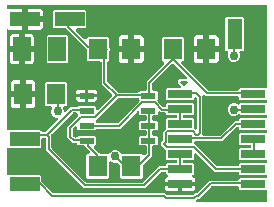
<source format=gtl>
G04 EAGLE Gerber RS-274X export*
G75*
%MOMM*%
%FSLAX34Y34*%
%LPD*%
%INTop Copper*%
%IPPOS*%
%AMOC8*
5,1,8,0,0,1.08239X$1,22.5*%
G01*
%ADD10R,1.500000X2.000000*%
%ADD11R,1.600000X1.800000*%
%ADD12R,1.270000X2.540000*%
%ADD13R,2.540000X1.270000*%
%ADD14R,2.032000X0.660400*%
%ADD15R,1.600000X1.803000*%
%ADD16R,1.254900X0.508000*%
%ADD17C,0.152400*%
%ADD18C,0.756400*%
%ADD19C,0.254000*%

G36*
X42821Y69355D02*
X42821Y69355D01*
X42920Y69358D01*
X42978Y69375D01*
X43039Y69383D01*
X43131Y69419D01*
X43226Y69447D01*
X43278Y69477D01*
X43334Y69500D01*
X43414Y69558D01*
X43500Y69608D01*
X43575Y69674D01*
X43592Y69686D01*
X43599Y69696D01*
X43621Y69714D01*
X53301Y79395D01*
X53386Y79504D01*
X53474Y79611D01*
X53483Y79630D01*
X53496Y79646D01*
X53551Y79774D01*
X53610Y79899D01*
X53614Y79919D01*
X53622Y79938D01*
X53644Y80076D01*
X53670Y80212D01*
X53669Y80232D01*
X53672Y80252D01*
X53659Y80391D01*
X53650Y80529D01*
X53644Y80548D01*
X53642Y80568D01*
X53595Y80700D01*
X53552Y80831D01*
X53541Y80849D01*
X53534Y80868D01*
X53456Y80983D01*
X53382Y81100D01*
X53367Y81114D01*
X53356Y81131D01*
X53251Y81223D01*
X53150Y81318D01*
X53133Y81328D01*
X53117Y81341D01*
X52993Y81405D01*
X52872Y81472D01*
X52852Y81477D01*
X52834Y81486D01*
X52698Y81516D01*
X52564Y81551D01*
X52536Y81553D01*
X52524Y81556D01*
X52503Y81555D01*
X52403Y81561D01*
X52284Y81561D01*
X50334Y82369D01*
X48841Y83862D01*
X48033Y85812D01*
X48033Y87924D01*
X48612Y89320D01*
X48625Y89368D01*
X48646Y89413D01*
X48667Y89521D01*
X48696Y89627D01*
X48697Y89677D01*
X48706Y89726D01*
X48699Y89835D01*
X48701Y89945D01*
X48689Y89993D01*
X48686Y90043D01*
X48652Y90147D01*
X48627Y90254D01*
X48603Y90298D01*
X48588Y90345D01*
X48529Y90438D01*
X48478Y90535D01*
X48445Y90572D01*
X48418Y90614D01*
X48338Y90689D01*
X48264Y90771D01*
X48222Y90798D01*
X48186Y90832D01*
X48090Y90885D01*
X47998Y90945D01*
X47951Y90962D01*
X47908Y90986D01*
X47802Y91013D01*
X47697Y91049D01*
X47648Y91053D01*
X47600Y91065D01*
X47439Y91075D01*
X43468Y91075D01*
X42575Y91968D01*
X42575Y111232D01*
X43468Y112125D01*
X60732Y112125D01*
X61625Y111232D01*
X61625Y91968D01*
X60732Y91075D01*
X59241Y91075D01*
X59191Y91069D01*
X59142Y91071D01*
X59034Y91049D01*
X58925Y91035D01*
X58879Y91017D01*
X58830Y91007D01*
X58732Y90959D01*
X58630Y90918D01*
X58589Y90889D01*
X58545Y90867D01*
X58461Y90796D01*
X58372Y90732D01*
X58341Y90693D01*
X58303Y90661D01*
X58240Y90571D01*
X58169Y90487D01*
X58148Y90442D01*
X58120Y90401D01*
X58081Y90298D01*
X58034Y90199D01*
X58025Y90150D01*
X58007Y90104D01*
X57995Y89994D01*
X57974Y89887D01*
X57977Y89837D01*
X57972Y89788D01*
X57987Y89679D01*
X57994Y89569D01*
X58009Y89522D01*
X58016Y89473D01*
X58068Y89320D01*
X58647Y87924D01*
X58647Y87805D01*
X58664Y87667D01*
X58677Y87529D01*
X58684Y87509D01*
X58687Y87489D01*
X58738Y87360D01*
X58785Y87229D01*
X58796Y87212D01*
X58804Y87194D01*
X58885Y87081D01*
X58963Y86966D01*
X58979Y86953D01*
X58990Y86936D01*
X59098Y86847D01*
X59202Y86756D01*
X59220Y86746D01*
X59235Y86734D01*
X59361Y86674D01*
X59485Y86611D01*
X59505Y86607D01*
X59523Y86598D01*
X59659Y86572D01*
X59795Y86541D01*
X59816Y86542D01*
X59835Y86538D01*
X59974Y86547D01*
X60113Y86551D01*
X60133Y86557D01*
X60153Y86558D01*
X60285Y86601D01*
X60419Y86639D01*
X60436Y86650D01*
X60455Y86656D01*
X60573Y86731D01*
X60693Y86801D01*
X60714Y86820D01*
X60724Y86826D01*
X60738Y86841D01*
X60813Y86907D01*
X64585Y90679D01*
X69479Y90679D01*
X69577Y90691D01*
X69676Y90694D01*
X69734Y90711D01*
X69794Y90719D01*
X69886Y90755D01*
X69981Y90783D01*
X70034Y90813D01*
X70090Y90836D01*
X70170Y90894D01*
X70255Y90944D01*
X70331Y91010D01*
X70347Y91022D01*
X70355Y91032D01*
X70376Y91050D01*
X71020Y91695D01*
X84833Y91695D01*
X85726Y90802D01*
X85726Y88976D01*
X85743Y88838D01*
X85756Y88700D01*
X85763Y88680D01*
X85766Y88660D01*
X85817Y88531D01*
X85864Y88400D01*
X85875Y88383D01*
X85883Y88365D01*
X85964Y88253D01*
X86042Y88137D01*
X86058Y88124D01*
X86069Y88107D01*
X86177Y88019D01*
X86281Y87927D01*
X86299Y87917D01*
X86314Y87905D01*
X86440Y87845D01*
X86564Y87782D01*
X86584Y87778D01*
X86602Y87769D01*
X86738Y87743D01*
X86874Y87712D01*
X86895Y87713D01*
X86914Y87709D01*
X87053Y87718D01*
X87192Y87722D01*
X87212Y87728D01*
X87232Y87729D01*
X87364Y87772D01*
X87498Y87810D01*
X87515Y87821D01*
X87534Y87827D01*
X87652Y87902D01*
X87772Y87972D01*
X87793Y87991D01*
X87803Y87997D01*
X87817Y88012D01*
X87892Y88078D01*
X99501Y99687D01*
X99574Y99781D01*
X99652Y99870D01*
X99671Y99906D01*
X99696Y99938D01*
X99743Y100047D01*
X99797Y100153D01*
X99806Y100192D01*
X99822Y100230D01*
X99841Y100347D01*
X99867Y100463D01*
X99865Y100504D01*
X99872Y100544D01*
X99861Y100662D01*
X99857Y100781D01*
X99846Y100820D01*
X99842Y100860D01*
X99802Y100973D01*
X99769Y101087D01*
X99748Y101122D01*
X99734Y101160D01*
X99667Y101258D01*
X99607Y101361D01*
X99567Y101406D01*
X99556Y101423D01*
X99540Y101436D01*
X99501Y101482D01*
X90677Y110305D01*
X90677Y127906D01*
X90662Y128024D01*
X90655Y128143D01*
X90642Y128181D01*
X90637Y128222D01*
X90594Y128332D01*
X90557Y128445D01*
X90535Y128480D01*
X90520Y128517D01*
X90451Y128613D01*
X90387Y128714D01*
X90357Y128742D01*
X90334Y128775D01*
X90242Y128851D01*
X90155Y128932D01*
X90120Y128952D01*
X90089Y128977D01*
X89981Y129028D01*
X89877Y129086D01*
X89837Y129096D01*
X89801Y129113D01*
X89684Y129135D01*
X89569Y129165D01*
X89509Y129169D01*
X89489Y129173D01*
X89468Y129171D01*
X89408Y129175D01*
X78968Y129175D01*
X78075Y130068D01*
X78075Y139145D01*
X78063Y139243D01*
X78060Y139342D01*
X78043Y139400D01*
X78035Y139461D01*
X77999Y139553D01*
X77971Y139648D01*
X77941Y139700D01*
X77918Y139756D01*
X77860Y139836D01*
X77810Y139922D01*
X77744Y139997D01*
X77732Y140014D01*
X77722Y140021D01*
X77704Y140043D01*
X61909Y155838D01*
X61908Y155838D01*
X60893Y156853D01*
X60814Y156914D01*
X60742Y156982D01*
X60689Y157011D01*
X60641Y157048D01*
X60550Y157088D01*
X60464Y157136D01*
X60405Y157151D01*
X60349Y157175D01*
X60251Y157190D01*
X60156Y157215D01*
X60056Y157221D01*
X60035Y157225D01*
X60023Y157223D01*
X59995Y157225D01*
X50168Y157225D01*
X49275Y158118D01*
X49275Y172082D01*
X50168Y172975D01*
X76832Y172975D01*
X77725Y172082D01*
X77725Y158118D01*
X76832Y157225D01*
X70053Y157225D01*
X69915Y157208D01*
X69777Y157195D01*
X69757Y157188D01*
X69737Y157185D01*
X69608Y157134D01*
X69477Y157087D01*
X69460Y157076D01*
X69442Y157068D01*
X69329Y156987D01*
X69214Y156909D01*
X69201Y156893D01*
X69184Y156882D01*
X69095Y156774D01*
X69004Y156670D01*
X68994Y156652D01*
X68982Y156637D01*
X68922Y156511D01*
X68859Y156387D01*
X68855Y156367D01*
X68846Y156349D01*
X68820Y156213D01*
X68789Y156077D01*
X68790Y156056D01*
X68786Y156037D01*
X68795Y155898D01*
X68799Y155759D01*
X68805Y155739D01*
X68806Y155719D01*
X68849Y155587D01*
X68887Y155453D01*
X68898Y155436D01*
X68904Y155417D01*
X68978Y155299D01*
X69049Y155179D01*
X69068Y155158D01*
X69074Y155148D01*
X69089Y155134D01*
X69155Y155059D01*
X75909Y148305D01*
X76018Y148220D01*
X76125Y148132D01*
X76144Y148123D01*
X76160Y148110D01*
X76288Y148055D01*
X76413Y147996D01*
X76433Y147992D01*
X76452Y147984D01*
X76590Y147962D01*
X76726Y147936D01*
X76746Y147937D01*
X76766Y147934D01*
X76905Y147947D01*
X77043Y147956D01*
X77062Y147962D01*
X77082Y147964D01*
X77214Y148011D01*
X77345Y148054D01*
X77363Y148065D01*
X77382Y148072D01*
X77497Y148150D01*
X77614Y148224D01*
X77628Y148239D01*
X77645Y148250D01*
X77737Y148354D01*
X77832Y148456D01*
X77842Y148474D01*
X77855Y148489D01*
X77919Y148613D01*
X77986Y148734D01*
X77991Y148754D01*
X78000Y148772D01*
X78030Y148908D01*
X78065Y149042D01*
X78067Y149070D01*
X78070Y149082D01*
X78069Y149103D01*
X78075Y149203D01*
X78075Y149332D01*
X78968Y150225D01*
X96232Y150225D01*
X97125Y149332D01*
X97125Y141702D01*
X97137Y141604D01*
X97140Y141505D01*
X97157Y141447D01*
X97165Y141387D01*
X97201Y141294D01*
X97229Y141199D01*
X97259Y141147D01*
X97282Y141091D01*
X97340Y141011D01*
X97390Y140925D01*
X97443Y140865D01*
X97443Y138527D01*
X97436Y138517D01*
X97368Y138445D01*
X97339Y138392D01*
X97302Y138344D01*
X97262Y138253D01*
X97214Y138167D01*
X97199Y138108D01*
X97175Y138052D01*
X97160Y137954D01*
X97135Y137859D01*
X97129Y137759D01*
X97125Y137738D01*
X97127Y137726D01*
X97125Y137698D01*
X97125Y130068D01*
X96183Y129127D01*
X96094Y129092D01*
X95981Y129055D01*
X95946Y129033D01*
X95909Y129018D01*
X95813Y128949D01*
X95712Y128885D01*
X95684Y128855D01*
X95651Y128832D01*
X95575Y128740D01*
X95494Y128653D01*
X95474Y128618D01*
X95449Y128587D01*
X95398Y128479D01*
X95340Y128375D01*
X95330Y128335D01*
X95313Y128299D01*
X95291Y128182D01*
X95261Y128067D01*
X95257Y128007D01*
X95253Y127987D01*
X95255Y127966D01*
X95251Y127906D01*
X95251Y112725D01*
X95263Y112627D01*
X95266Y112528D01*
X95283Y112470D01*
X95291Y112409D01*
X95327Y112317D01*
X95355Y112222D01*
X95385Y112170D01*
X95408Y112114D01*
X95466Y112034D01*
X95516Y111948D01*
X95582Y111873D01*
X95594Y111856D01*
X95604Y111849D01*
X95622Y111827D01*
X104207Y103242D01*
X104286Y103182D01*
X104358Y103114D01*
X104411Y103085D01*
X104459Y103048D01*
X104550Y103008D01*
X104636Y102960D01*
X104695Y102945D01*
X104751Y102921D01*
X104849Y102906D01*
X104944Y102881D01*
X105044Y102875D01*
X105065Y102871D01*
X105077Y102873D01*
X105105Y102871D01*
X121398Y102871D01*
X121496Y102883D01*
X121595Y102886D01*
X121653Y102903D01*
X121713Y102911D01*
X121805Y102947D01*
X121900Y102975D01*
X121953Y103005D01*
X122009Y103028D01*
X122089Y103086D01*
X122174Y103136D01*
X122250Y103202D01*
X122266Y103214D01*
X122274Y103224D01*
X122295Y103242D01*
X123447Y104395D01*
X127508Y104395D01*
X127626Y104410D01*
X127745Y104417D01*
X127783Y104430D01*
X127824Y104435D01*
X127934Y104478D01*
X128047Y104515D01*
X128082Y104537D01*
X128119Y104552D01*
X128215Y104621D01*
X128316Y104685D01*
X128344Y104715D01*
X128377Y104738D01*
X128453Y104830D01*
X128534Y104917D01*
X128554Y104952D01*
X128579Y104983D01*
X128630Y105091D01*
X128688Y105195D01*
X128698Y105235D01*
X128715Y105271D01*
X128737Y105388D01*
X128767Y105503D01*
X128771Y105563D01*
X128775Y105583D01*
X128773Y105604D01*
X128777Y105664D01*
X128777Y112199D01*
X143587Y127009D01*
X143672Y127118D01*
X143760Y127225D01*
X143769Y127244D01*
X143782Y127260D01*
X143837Y127387D01*
X143896Y127513D01*
X143900Y127533D01*
X143908Y127552D01*
X143930Y127690D01*
X143956Y127826D01*
X143955Y127846D01*
X143958Y127866D01*
X143945Y128005D01*
X143936Y128143D01*
X143930Y128162D01*
X143928Y128182D01*
X143881Y128313D01*
X143838Y128445D01*
X143827Y128463D01*
X143820Y128482D01*
X143742Y128597D01*
X143668Y128714D01*
X143653Y128728D01*
X143642Y128745D01*
X143538Y128837D01*
X143436Y128932D01*
X143418Y128942D01*
X143403Y128955D01*
X143280Y129018D01*
X143158Y129086D01*
X143138Y129091D01*
X143120Y129100D01*
X142984Y129130D01*
X142850Y129165D01*
X142822Y129167D01*
X142810Y129170D01*
X142789Y129169D01*
X142689Y129175D01*
X142468Y129175D01*
X141575Y130068D01*
X141575Y149332D01*
X142468Y150225D01*
X159732Y150225D01*
X160625Y149332D01*
X160625Y130068D01*
X159732Y129175D01*
X159063Y129175D01*
X158925Y129158D01*
X158787Y129145D01*
X158767Y129138D01*
X158747Y129135D01*
X158618Y129084D01*
X158487Y129037D01*
X158470Y129026D01*
X158452Y129018D01*
X158340Y128937D01*
X158224Y128859D01*
X158211Y128843D01*
X158194Y128832D01*
X158106Y128724D01*
X158014Y128620D01*
X158004Y128602D01*
X157992Y128587D01*
X157932Y128461D01*
X157869Y128337D01*
X157865Y128317D01*
X157856Y128299D01*
X157830Y128163D01*
X157799Y128027D01*
X157800Y128006D01*
X157796Y127987D01*
X157805Y127848D01*
X157809Y127709D01*
X157815Y127689D01*
X157816Y127669D01*
X157859Y127537D01*
X157897Y127403D01*
X157908Y127386D01*
X157914Y127367D01*
X157988Y127249D01*
X158059Y127129D01*
X158078Y127108D01*
X158084Y127098D01*
X158099Y127084D01*
X158165Y127009D01*
X180407Y104766D01*
X180486Y104706D01*
X180558Y104638D01*
X180611Y104609D01*
X180659Y104572D01*
X180750Y104532D01*
X180836Y104484D01*
X180895Y104469D01*
X180951Y104445D01*
X181049Y104430D01*
X181144Y104405D01*
X181244Y104399D01*
X181265Y104395D01*
X181277Y104397D01*
X181305Y104395D01*
X205740Y104395D01*
X205858Y104410D01*
X205977Y104417D01*
X206015Y104430D01*
X206056Y104435D01*
X206166Y104478D01*
X206279Y104515D01*
X206314Y104537D01*
X206351Y104552D01*
X206447Y104621D01*
X206548Y104685D01*
X206576Y104715D01*
X206609Y104738D01*
X206685Y104830D01*
X206766Y104917D01*
X206786Y104952D01*
X206811Y104983D01*
X206862Y105091D01*
X206920Y105195D01*
X206930Y105235D01*
X206947Y105271D01*
X206969Y105388D01*
X206999Y105503D01*
X207000Y105525D01*
X207902Y106427D01*
X229670Y106427D01*
X229788Y106442D01*
X229907Y106449D01*
X229945Y106462D01*
X229986Y106467D01*
X230096Y106510D01*
X230209Y106547D01*
X230244Y106569D01*
X230281Y106584D01*
X230377Y106653D01*
X230478Y106717D01*
X230506Y106747D01*
X230539Y106770D01*
X230615Y106862D01*
X230696Y106949D01*
X230716Y106984D01*
X230741Y107015D01*
X230792Y107123D01*
X230850Y107227D01*
X230860Y107267D01*
X230877Y107303D01*
X230899Y107420D01*
X230929Y107535D01*
X230933Y107595D01*
X230937Y107615D01*
X230935Y107636D01*
X230939Y107696D01*
X230939Y175770D01*
X230924Y175888D01*
X230917Y176007D01*
X230904Y176045D01*
X230899Y176086D01*
X230856Y176196D01*
X230819Y176309D01*
X230797Y176344D01*
X230782Y176381D01*
X230713Y176477D01*
X230649Y176578D01*
X230619Y176606D01*
X230596Y176639D01*
X230504Y176715D01*
X230417Y176796D01*
X230382Y176816D01*
X230351Y176841D01*
X230243Y176892D01*
X230139Y176950D01*
X230099Y176960D01*
X230063Y176977D01*
X229946Y176999D01*
X229831Y177029D01*
X229771Y177033D01*
X229751Y177037D01*
X229730Y177035D01*
X229670Y177039D01*
X11430Y177039D01*
X11312Y177024D01*
X11193Y177017D01*
X11155Y177004D01*
X11114Y176999D01*
X11004Y176956D01*
X10891Y176919D01*
X10856Y176897D01*
X10819Y176882D01*
X10723Y176813D01*
X10622Y176749D01*
X10594Y176719D01*
X10561Y176696D01*
X10485Y176604D01*
X10404Y176517D01*
X10384Y176482D01*
X10359Y176451D01*
X10308Y176343D01*
X10250Y176239D01*
X10240Y176199D01*
X10223Y176163D01*
X10201Y176046D01*
X10171Y175931D01*
X10167Y175871D01*
X10163Y175851D01*
X10165Y175830D01*
X10161Y175770D01*
X10161Y175054D01*
X10177Y174929D01*
X10186Y174804D01*
X10196Y174772D01*
X10201Y174739D01*
X10247Y174621D01*
X10287Y174502D01*
X10305Y174474D01*
X10318Y174443D01*
X10392Y174341D01*
X10460Y174236D01*
X10485Y174213D01*
X10504Y174185D01*
X10601Y174105D01*
X10694Y174020D01*
X10723Y174004D01*
X10749Y173983D01*
X10863Y173929D01*
X10974Y173870D01*
X11007Y173861D01*
X11037Y173847D01*
X11160Y173824D01*
X11283Y173793D01*
X11316Y173794D01*
X11349Y173787D01*
X11475Y173795D01*
X11601Y173796D01*
X11649Y173806D01*
X11667Y173807D01*
X11687Y173814D01*
X11759Y173828D01*
X12365Y173991D01*
X22861Y173991D01*
X22861Y166370D01*
X22876Y166252D01*
X22883Y166133D01*
X22896Y166095D01*
X22901Y166055D01*
X22944Y165944D01*
X22981Y165831D01*
X23003Y165796D01*
X23018Y165759D01*
X23088Y165663D01*
X23151Y165562D01*
X23181Y165534D01*
X23205Y165502D01*
X23296Y165426D01*
X23383Y165344D01*
X23418Y165325D01*
X23449Y165299D01*
X23557Y165248D01*
X23661Y165191D01*
X23701Y165180D01*
X23737Y165163D01*
X23854Y165141D01*
X23969Y165111D01*
X24030Y165107D01*
X24050Y165103D01*
X24070Y165105D01*
X24130Y165101D01*
X25401Y165101D01*
X25401Y165099D01*
X24130Y165099D01*
X24012Y165084D01*
X23893Y165077D01*
X23855Y165064D01*
X23815Y165059D01*
X23704Y165015D01*
X23591Y164979D01*
X23556Y164957D01*
X23519Y164942D01*
X23423Y164872D01*
X23322Y164809D01*
X23294Y164779D01*
X23261Y164755D01*
X23186Y164664D01*
X23104Y164577D01*
X23084Y164542D01*
X23059Y164510D01*
X23008Y164403D01*
X22950Y164299D01*
X22940Y164259D01*
X22923Y164223D01*
X22901Y164106D01*
X22871Y163991D01*
X22867Y163930D01*
X22863Y163910D01*
X22865Y163890D01*
X22861Y163830D01*
X22861Y156209D01*
X12366Y156209D01*
X11759Y156372D01*
X11634Y156389D01*
X11510Y156413D01*
X11477Y156411D01*
X11443Y156415D01*
X11318Y156401D01*
X11193Y156393D01*
X11161Y156382D01*
X11128Y156379D01*
X11010Y156334D01*
X10891Y156295D01*
X10862Y156277D01*
X10831Y156265D01*
X10728Y156192D01*
X10622Y156125D01*
X10599Y156100D01*
X10571Y156081D01*
X10490Y155985D01*
X10404Y155893D01*
X10388Y155864D01*
X10366Y155838D01*
X10311Y155725D01*
X10250Y155615D01*
X10242Y155582D01*
X10227Y155552D01*
X10202Y155428D01*
X10171Y155307D01*
X10168Y155258D01*
X10164Y155240D01*
X10165Y155218D01*
X10161Y155146D01*
X10161Y72531D01*
X10178Y72393D01*
X10191Y72255D01*
X10198Y72236D01*
X10201Y72216D01*
X10252Y72086D01*
X10299Y71955D01*
X10310Y71939D01*
X10318Y71920D01*
X10399Y71808D01*
X10477Y71692D01*
X10493Y71679D01*
X10504Y71663D01*
X10612Y71574D01*
X10716Y71482D01*
X10734Y71473D01*
X10749Y71460D01*
X10875Y71401D01*
X10999Y71337D01*
X11019Y71333D01*
X11037Y71324D01*
X11173Y71298D01*
X11310Y71268D01*
X11330Y71268D01*
X11349Y71265D01*
X11488Y71273D01*
X11627Y71277D01*
X11647Y71283D01*
X11667Y71284D01*
X11799Y71327D01*
X11933Y71366D01*
X11948Y71375D01*
X38732Y71375D01*
X39641Y70465D01*
X39647Y70375D01*
X39660Y70337D01*
X39665Y70296D01*
X39708Y70186D01*
X39745Y70073D01*
X39767Y70038D01*
X39782Y70001D01*
X39851Y69905D01*
X39915Y69804D01*
X39945Y69776D01*
X39968Y69743D01*
X40060Y69667D01*
X40147Y69586D01*
X40182Y69566D01*
X40213Y69541D01*
X40321Y69490D01*
X40425Y69432D01*
X40465Y69422D01*
X40501Y69405D01*
X40618Y69383D01*
X40733Y69353D01*
X40793Y69349D01*
X40813Y69345D01*
X40834Y69347D01*
X40894Y69343D01*
X42723Y69343D01*
X42821Y69355D01*
G37*
G36*
X167789Y16015D02*
X167789Y16015D01*
X167888Y16018D01*
X167946Y16035D01*
X168007Y16043D01*
X168099Y16079D01*
X168194Y16107D01*
X168246Y16137D01*
X168302Y16160D01*
X168382Y16218D01*
X168468Y16268D01*
X168543Y16334D01*
X168560Y16346D01*
X168567Y16356D01*
X168589Y16374D01*
X169741Y17527D01*
X170739Y17527D01*
X170837Y17539D01*
X170936Y17542D01*
X170994Y17559D01*
X171055Y17567D01*
X171147Y17603D01*
X171242Y17631D01*
X171294Y17661D01*
X171350Y17684D01*
X171430Y17742D01*
X171516Y17792D01*
X171591Y17858D01*
X171608Y17870D01*
X171615Y17880D01*
X171637Y17898D01*
X181933Y28195D01*
X205740Y28195D01*
X205858Y28210D01*
X205977Y28217D01*
X206015Y28230D01*
X206056Y28235D01*
X206166Y28278D01*
X206279Y28315D01*
X206314Y28337D01*
X206351Y28352D01*
X206447Y28421D01*
X206548Y28485D01*
X206576Y28515D01*
X206609Y28538D01*
X206685Y28630D01*
X206766Y28717D01*
X206786Y28752D01*
X206811Y28783D01*
X206862Y28891D01*
X206920Y28995D01*
X206930Y29035D01*
X206947Y29071D01*
X206969Y29188D01*
X206999Y29303D01*
X207000Y29325D01*
X207902Y30227D01*
X229670Y30227D01*
X229788Y30242D01*
X229907Y30249D01*
X229945Y30262D01*
X229986Y30267D01*
X230096Y30310D01*
X230209Y30347D01*
X230244Y30369D01*
X230281Y30384D01*
X230377Y30453D01*
X230478Y30517D01*
X230506Y30547D01*
X230539Y30570D01*
X230615Y30662D01*
X230696Y30749D01*
X230716Y30784D01*
X230741Y30815D01*
X230792Y30923D01*
X230850Y31027D01*
X230860Y31067D01*
X230877Y31103D01*
X230899Y31220D01*
X230929Y31335D01*
X230933Y31395D01*
X230937Y31415D01*
X230935Y31436D01*
X230939Y31496D01*
X230939Y32004D01*
X230924Y32122D01*
X230917Y32241D01*
X230904Y32279D01*
X230899Y32320D01*
X230856Y32430D01*
X230819Y32543D01*
X230797Y32578D01*
X230782Y32615D01*
X230713Y32711D01*
X230649Y32812D01*
X230619Y32840D01*
X230596Y32873D01*
X230504Y32949D01*
X230417Y33030D01*
X230382Y33050D01*
X230351Y33075D01*
X230243Y33126D01*
X230139Y33184D01*
X230099Y33194D01*
X230063Y33211D01*
X229946Y33233D01*
X229831Y33263D01*
X229771Y33267D01*
X229751Y33271D01*
X229730Y33269D01*
X229670Y33273D01*
X207902Y33273D01*
X207009Y34166D01*
X207009Y34544D01*
X206994Y34662D01*
X206987Y34781D01*
X206974Y34819D01*
X206969Y34860D01*
X206926Y34970D01*
X206889Y35083D01*
X206867Y35118D01*
X206852Y35155D01*
X206783Y35251D01*
X206719Y35352D01*
X206689Y35380D01*
X206666Y35413D01*
X206574Y35489D01*
X206487Y35570D01*
X206452Y35590D01*
X206421Y35615D01*
X206313Y35666D01*
X206209Y35724D01*
X206169Y35734D01*
X206133Y35751D01*
X206016Y35773D01*
X205901Y35803D01*
X205841Y35807D01*
X205821Y35811D01*
X205800Y35809D01*
X205740Y35813D01*
X186505Y35813D01*
X171077Y51241D01*
X170968Y51326D01*
X170861Y51414D01*
X170842Y51423D01*
X170826Y51436D01*
X170698Y51491D01*
X170573Y51550D01*
X170553Y51554D01*
X170534Y51562D01*
X170396Y51584D01*
X170260Y51610D01*
X170240Y51609D01*
X170220Y51612D01*
X170081Y51599D01*
X169943Y51590D01*
X169924Y51584D01*
X169904Y51582D01*
X169772Y51535D01*
X169641Y51492D01*
X169623Y51481D01*
X169604Y51474D01*
X169489Y51396D01*
X169372Y51322D01*
X169358Y51307D01*
X169341Y51296D01*
X169249Y51192D01*
X169154Y51090D01*
X169144Y51072D01*
X169131Y51057D01*
X169067Y50933D01*
X169000Y50812D01*
X168995Y50792D01*
X168986Y50774D01*
X168956Y50638D01*
X168921Y50504D01*
X168919Y50476D01*
X168916Y50464D01*
X168917Y50443D01*
X168911Y50343D01*
X168911Y46866D01*
X168018Y45973D01*
X160528Y45973D01*
X160410Y45958D01*
X160291Y45951D01*
X160253Y45938D01*
X160212Y45933D01*
X160102Y45890D01*
X159989Y45853D01*
X159954Y45831D01*
X159917Y45816D01*
X159821Y45747D01*
X159720Y45683D01*
X159692Y45653D01*
X159659Y45630D01*
X159583Y45538D01*
X159502Y45451D01*
X159482Y45416D01*
X159457Y45385D01*
X159406Y45277D01*
X159348Y45173D01*
X159338Y45133D01*
X159321Y45097D01*
X159299Y44980D01*
X159269Y44865D01*
X159265Y44805D01*
X159261Y44785D01*
X159263Y44764D01*
X159259Y44704D01*
X159259Y44196D01*
X159274Y44078D01*
X159281Y43959D01*
X159294Y43921D01*
X159299Y43880D01*
X159342Y43770D01*
X159379Y43657D01*
X159401Y43622D01*
X159416Y43585D01*
X159485Y43489D01*
X159549Y43388D01*
X159579Y43360D01*
X159602Y43327D01*
X159694Y43251D01*
X159781Y43170D01*
X159816Y43150D01*
X159847Y43125D01*
X159955Y43074D01*
X160059Y43016D01*
X160099Y43006D01*
X160135Y42989D01*
X160252Y42967D01*
X160367Y42937D01*
X160427Y42933D01*
X160447Y42929D01*
X160468Y42931D01*
X160528Y42927D01*
X168018Y42927D01*
X168911Y42034D01*
X168911Y34166D01*
X167908Y33164D01*
X167827Y33059D01*
X167741Y32958D01*
X167729Y32934D01*
X167713Y32912D01*
X167660Y32791D01*
X167603Y32671D01*
X167597Y32645D01*
X167587Y32620D01*
X167566Y32489D01*
X167540Y32360D01*
X167541Y32333D01*
X167537Y32306D01*
X167549Y32174D01*
X167556Y32042D01*
X167564Y32017D01*
X167567Y31990D01*
X167612Y31865D01*
X167651Y31738D01*
X167665Y31716D01*
X167674Y31690D01*
X167749Y31581D01*
X167818Y31468D01*
X167838Y31450D01*
X167853Y31427D01*
X167952Y31340D01*
X168048Y31248D01*
X168071Y31235D01*
X168091Y31217D01*
X168209Y31156D01*
X168325Y31091D01*
X168335Y31088D01*
X168946Y30735D01*
X169419Y30262D01*
X169754Y29683D01*
X169927Y29036D01*
X169927Y27050D01*
X157607Y27050D01*
X157489Y27035D01*
X157370Y27028D01*
X157332Y27015D01*
X157292Y27010D01*
X157236Y26988D01*
X157121Y27010D01*
X157005Y27040D01*
X156945Y27044D01*
X156925Y27048D01*
X156905Y27046D01*
X156845Y27050D01*
X144525Y27050D01*
X144525Y29036D01*
X144698Y29683D01*
X145033Y30262D01*
X145506Y30735D01*
X146159Y31112D01*
X146222Y31135D01*
X146245Y31150D01*
X146269Y31160D01*
X146376Y31239D01*
X146485Y31313D01*
X146503Y31334D01*
X146525Y31350D01*
X146608Y31453D01*
X146696Y31552D01*
X146708Y31576D01*
X146725Y31597D01*
X146780Y31717D01*
X146840Y31835D01*
X146846Y31861D01*
X146858Y31886D01*
X146881Y32016D01*
X146910Y32145D01*
X146909Y32172D01*
X146914Y32199D01*
X146905Y32331D01*
X146900Y32463D01*
X146893Y32489D01*
X146891Y32516D01*
X146849Y32642D01*
X146812Y32769D01*
X146798Y32792D01*
X146790Y32817D01*
X146718Y32929D01*
X146651Y33043D01*
X146625Y33071D01*
X146617Y33084D01*
X146601Y33099D01*
X146544Y33164D01*
X145541Y34166D01*
X145541Y34544D01*
X145526Y34662D01*
X145519Y34781D01*
X145506Y34819D01*
X145501Y34860D01*
X145458Y34970D01*
X145421Y35083D01*
X145399Y35118D01*
X145384Y35155D01*
X145315Y35251D01*
X145251Y35352D01*
X145221Y35380D01*
X145198Y35413D01*
X145106Y35489D01*
X145019Y35570D01*
X144984Y35590D01*
X144953Y35615D01*
X144845Y35666D01*
X144741Y35724D01*
X144701Y35734D01*
X144665Y35751D01*
X144548Y35773D01*
X144433Y35803D01*
X144373Y35807D01*
X144353Y35811D01*
X144332Y35809D01*
X144272Y35813D01*
X141681Y35813D01*
X141583Y35801D01*
X141484Y35798D01*
X141426Y35781D01*
X141365Y35773D01*
X141273Y35737D01*
X141178Y35709D01*
X141126Y35679D01*
X141070Y35656D01*
X140990Y35598D01*
X140904Y35548D01*
X140829Y35482D01*
X140812Y35470D01*
X140805Y35460D01*
X140783Y35442D01*
X127439Y22097D01*
X75253Y22097D01*
X43433Y53917D01*
X43433Y63500D01*
X43418Y63618D01*
X43411Y63737D01*
X43398Y63775D01*
X43393Y63816D01*
X43350Y63926D01*
X43313Y64039D01*
X43291Y64074D01*
X43276Y64111D01*
X43207Y64207D01*
X43143Y64308D01*
X43113Y64336D01*
X43090Y64369D01*
X42998Y64445D01*
X42911Y64526D01*
X42876Y64546D01*
X42845Y64571D01*
X42737Y64622D01*
X42633Y64680D01*
X42593Y64690D01*
X42557Y64707D01*
X42440Y64729D01*
X42325Y64759D01*
X42265Y64763D01*
X42245Y64767D01*
X42224Y64765D01*
X42164Y64769D01*
X40894Y64769D01*
X40776Y64754D01*
X40657Y64747D01*
X40619Y64734D01*
X40578Y64729D01*
X40468Y64686D01*
X40355Y64649D01*
X40320Y64627D01*
X40283Y64612D01*
X40187Y64543D01*
X40086Y64479D01*
X40058Y64449D01*
X40025Y64426D01*
X39949Y64334D01*
X39868Y64247D01*
X39848Y64212D01*
X39823Y64181D01*
X39772Y64073D01*
X39714Y63969D01*
X39704Y63929D01*
X39687Y63893D01*
X39665Y63776D01*
X39635Y63661D01*
X39631Y63601D01*
X39627Y63581D01*
X39629Y63560D01*
X39628Y63554D01*
X39627Y63550D01*
X39628Y63545D01*
X39625Y63500D01*
X39625Y56518D01*
X38732Y55625D01*
X11930Y55625D01*
X11823Y55676D01*
X11803Y55679D01*
X11785Y55687D01*
X11647Y55709D01*
X11510Y55735D01*
X11490Y55734D01*
X11470Y55737D01*
X11332Y55724D01*
X11193Y55716D01*
X11174Y55709D01*
X11154Y55708D01*
X11023Y55660D01*
X10891Y55618D01*
X10873Y55607D01*
X10855Y55600D01*
X10740Y55522D01*
X10622Y55447D01*
X10608Y55433D01*
X10591Y55421D01*
X10499Y55317D01*
X10404Y55216D01*
X10394Y55198D01*
X10381Y55183D01*
X10317Y55059D01*
X10250Y54937D01*
X10245Y54918D01*
X10236Y54900D01*
X10206Y54764D01*
X10171Y54629D01*
X10169Y54602D01*
X10166Y54590D01*
X10167Y54569D01*
X10161Y54469D01*
X10161Y34431D01*
X10178Y34293D01*
X10191Y34155D01*
X10198Y34136D01*
X10201Y34116D01*
X10252Y33986D01*
X10299Y33855D01*
X10310Y33839D01*
X10318Y33820D01*
X10399Y33708D01*
X10477Y33592D01*
X10493Y33579D01*
X10504Y33563D01*
X10612Y33474D01*
X10716Y33382D01*
X10734Y33373D01*
X10749Y33360D01*
X10875Y33301D01*
X10999Y33237D01*
X11019Y33233D01*
X11037Y33224D01*
X11173Y33198D01*
X11310Y33168D01*
X11330Y33168D01*
X11349Y33165D01*
X11488Y33173D01*
X11627Y33177D01*
X11647Y33183D01*
X11667Y33184D01*
X11799Y33227D01*
X11933Y33266D01*
X11948Y33275D01*
X38732Y33275D01*
X39625Y32382D01*
X39625Y28143D01*
X39637Y28045D01*
X39640Y27946D01*
X39657Y27888D01*
X39665Y27827D01*
X39701Y27735D01*
X39729Y27640D01*
X39759Y27588D01*
X39782Y27532D01*
X39840Y27452D01*
X39890Y27366D01*
X39956Y27291D01*
X39968Y27274D01*
X39978Y27267D01*
X39996Y27245D01*
X49343Y17898D01*
X49422Y17838D01*
X49494Y17770D01*
X49547Y17741D01*
X49595Y17704D01*
X49686Y17664D01*
X49772Y17616D01*
X49831Y17601D01*
X49887Y17577D01*
X49985Y17562D01*
X50080Y17537D01*
X50180Y17531D01*
X50201Y17527D01*
X50213Y17529D01*
X50241Y17527D01*
X144203Y17527D01*
X145355Y16374D01*
X145434Y16314D01*
X145506Y16246D01*
X145559Y16217D01*
X145607Y16180D01*
X145698Y16140D01*
X145784Y16092D01*
X145843Y16077D01*
X145899Y16053D01*
X145997Y16038D01*
X146092Y16013D01*
X146192Y16007D01*
X146213Y16003D01*
X146225Y16005D01*
X146253Y16003D01*
X167691Y16003D01*
X167789Y16015D01*
G37*
G36*
X125117Y26683D02*
X125117Y26683D01*
X125216Y26686D01*
X125274Y26703D01*
X125335Y26711D01*
X125427Y26747D01*
X125522Y26775D01*
X125574Y26805D01*
X125630Y26828D01*
X125710Y26886D01*
X125796Y26936D01*
X125871Y27002D01*
X125888Y27014D01*
X125895Y27024D01*
X125917Y27042D01*
X139261Y40387D01*
X144272Y40387D01*
X144390Y40402D01*
X144509Y40409D01*
X144547Y40422D01*
X144588Y40427D01*
X144698Y40470D01*
X144811Y40507D01*
X144846Y40529D01*
X144883Y40544D01*
X144979Y40613D01*
X145080Y40677D01*
X145108Y40707D01*
X145141Y40730D01*
X145217Y40822D01*
X145298Y40909D01*
X145318Y40944D01*
X145343Y40975D01*
X145394Y41083D01*
X145452Y41187D01*
X145462Y41227D01*
X145479Y41263D01*
X145501Y41380D01*
X145531Y41495D01*
X145535Y41555D01*
X145539Y41575D01*
X145537Y41596D01*
X145541Y41656D01*
X145541Y42034D01*
X146434Y42927D01*
X153416Y42927D01*
X153534Y42942D01*
X153653Y42949D01*
X153691Y42962D01*
X153732Y42967D01*
X153842Y43010D01*
X153955Y43047D01*
X153990Y43069D01*
X154027Y43084D01*
X154123Y43153D01*
X154224Y43217D01*
X154252Y43247D01*
X154285Y43270D01*
X154361Y43362D01*
X154442Y43449D01*
X154462Y43484D01*
X154487Y43515D01*
X154538Y43623D01*
X154596Y43727D01*
X154606Y43767D01*
X154623Y43803D01*
X154645Y43920D01*
X154675Y44035D01*
X154679Y44095D01*
X154683Y44115D01*
X154681Y44136D01*
X154685Y44196D01*
X154685Y44704D01*
X154670Y44822D01*
X154663Y44941D01*
X154650Y44979D01*
X154645Y45020D01*
X154602Y45130D01*
X154565Y45243D01*
X154543Y45278D01*
X154528Y45315D01*
X154459Y45411D01*
X154395Y45512D01*
X154365Y45540D01*
X154342Y45573D01*
X154250Y45649D01*
X154163Y45730D01*
X154128Y45750D01*
X154097Y45775D01*
X153989Y45826D01*
X153885Y45884D01*
X153845Y45894D01*
X153809Y45911D01*
X153692Y45933D01*
X153577Y45963D01*
X153517Y45967D01*
X153497Y45971D01*
X153476Y45969D01*
X153416Y45973D01*
X146434Y45973D01*
X145541Y46866D01*
X145541Y53391D01*
X145529Y53489D01*
X145526Y53588D01*
X145509Y53647D01*
X145501Y53707D01*
X145465Y53799D01*
X145437Y53894D01*
X145407Y53946D01*
X145384Y54002D01*
X145326Y54082D01*
X145276Y54168D01*
X145210Y54243D01*
X145198Y54260D01*
X145188Y54267D01*
X145170Y54289D01*
X142681Y56778D01*
X140969Y58489D01*
X140969Y60383D01*
X142122Y61535D01*
X142182Y61614D01*
X142250Y61686D01*
X142279Y61739D01*
X142316Y61787D01*
X142356Y61878D01*
X142404Y61964D01*
X142419Y62023D01*
X142443Y62079D01*
X142458Y62177D01*
X142483Y62272D01*
X142489Y62372D01*
X142493Y62393D01*
X142491Y62405D01*
X142493Y62433D01*
X142493Y69527D01*
X143646Y70679D01*
X145170Y72203D01*
X145230Y72282D01*
X145298Y72354D01*
X145327Y72407D01*
X145364Y72455D01*
X145404Y72546D01*
X145452Y72632D01*
X145467Y72691D01*
X145491Y72747D01*
X145506Y72845D01*
X145531Y72940D01*
X145537Y73040D01*
X145541Y73061D01*
X145539Y73073D01*
X145541Y73101D01*
X145541Y80134D01*
X146434Y81027D01*
X153416Y81027D01*
X153534Y81042D01*
X153653Y81049D01*
X153691Y81062D01*
X153732Y81067D01*
X153842Y81110D01*
X153955Y81147D01*
X153990Y81169D01*
X154027Y81184D01*
X154123Y81253D01*
X154224Y81317D01*
X154252Y81347D01*
X154285Y81370D01*
X154361Y81462D01*
X154442Y81549D01*
X154462Y81584D01*
X154487Y81615D01*
X154538Y81723D01*
X154596Y81827D01*
X154606Y81867D01*
X154623Y81903D01*
X154645Y82020D01*
X154675Y82135D01*
X154679Y82195D01*
X154683Y82215D01*
X154681Y82236D01*
X154685Y82296D01*
X154685Y82804D01*
X154670Y82922D01*
X154663Y83041D01*
X154650Y83079D01*
X154645Y83120D01*
X154602Y83230D01*
X154565Y83343D01*
X154543Y83378D01*
X154528Y83415D01*
X154459Y83511D01*
X154395Y83612D01*
X154365Y83640D01*
X154342Y83673D01*
X154250Y83749D01*
X154163Y83830D01*
X154128Y83850D01*
X154097Y83875D01*
X153989Y83926D01*
X153885Y83984D01*
X153845Y83994D01*
X153809Y84011D01*
X153692Y84033D01*
X153577Y84063D01*
X153517Y84067D01*
X153497Y84071D01*
X153476Y84069D01*
X153416Y84073D01*
X146434Y84073D01*
X145525Y84983D01*
X145519Y85073D01*
X145506Y85111D01*
X145501Y85152D01*
X145458Y85262D01*
X145421Y85375D01*
X145399Y85410D01*
X145384Y85447D01*
X145315Y85543D01*
X145251Y85644D01*
X145221Y85672D01*
X145198Y85705D01*
X145106Y85781D01*
X145019Y85862D01*
X144984Y85882D01*
X144953Y85907D01*
X144845Y85958D01*
X144741Y86016D01*
X144701Y86026D01*
X144665Y86043D01*
X144548Y86065D01*
X144433Y86095D01*
X144373Y86099D01*
X144353Y86103D01*
X144332Y86101D01*
X144272Y86105D01*
X140785Y86105D01*
X140319Y86571D01*
X140210Y86656D01*
X140103Y86744D01*
X140084Y86753D01*
X140068Y86766D01*
X139940Y86821D01*
X139815Y86880D01*
X139795Y86884D01*
X139776Y86892D01*
X139638Y86914D01*
X139502Y86940D01*
X139482Y86939D01*
X139462Y86942D01*
X139323Y86929D01*
X139185Y86920D01*
X139166Y86914D01*
X139146Y86912D01*
X139015Y86865D01*
X138883Y86822D01*
X138865Y86811D01*
X138846Y86804D01*
X138732Y86726D01*
X138614Y86652D01*
X138600Y86637D01*
X138583Y86626D01*
X138491Y86522D01*
X138396Y86420D01*
X138386Y86402D01*
X138373Y86387D01*
X138310Y86264D01*
X138242Y86142D01*
X138237Y86122D01*
X138228Y86104D01*
X138198Y85968D01*
X138163Y85834D01*
X138161Y85806D01*
X138158Y85794D01*
X138159Y85773D01*
X138153Y85673D01*
X138153Y84458D01*
X137260Y83565D01*
X134620Y83565D01*
X134502Y83550D01*
X134383Y83543D01*
X134345Y83530D01*
X134304Y83525D01*
X134194Y83482D01*
X134081Y83445D01*
X134046Y83423D01*
X134009Y83408D01*
X133913Y83339D01*
X133812Y83275D01*
X133784Y83245D01*
X133751Y83222D01*
X133675Y83130D01*
X133594Y83043D01*
X133574Y83008D01*
X133549Y82977D01*
X133498Y82869D01*
X133440Y82765D01*
X133430Y82725D01*
X133413Y82689D01*
X133391Y82572D01*
X133361Y82457D01*
X133357Y82397D01*
X133353Y82377D01*
X133355Y82356D01*
X133351Y82296D01*
X133351Y80264D01*
X133366Y80146D01*
X133373Y80027D01*
X133386Y79989D01*
X133391Y79948D01*
X133434Y79838D01*
X133471Y79725D01*
X133493Y79690D01*
X133508Y79653D01*
X133577Y79557D01*
X133641Y79456D01*
X133671Y79428D01*
X133694Y79395D01*
X133786Y79319D01*
X133873Y79238D01*
X133908Y79218D01*
X133939Y79193D01*
X134047Y79142D01*
X134151Y79084D01*
X134191Y79074D01*
X134227Y79057D01*
X134344Y79035D01*
X134459Y79005D01*
X134519Y79001D01*
X134539Y78997D01*
X134560Y78999D01*
X134620Y78995D01*
X137260Y78995D01*
X138153Y78102D01*
X138153Y71758D01*
X137260Y70865D01*
X134620Y70865D01*
X134502Y70850D01*
X134383Y70843D01*
X134345Y70830D01*
X134304Y70825D01*
X134194Y70782D01*
X134081Y70745D01*
X134046Y70723D01*
X134009Y70708D01*
X133913Y70639D01*
X133812Y70575D01*
X133784Y70545D01*
X133751Y70522D01*
X133675Y70430D01*
X133594Y70343D01*
X133574Y70308D01*
X133549Y70277D01*
X133498Y70169D01*
X133440Y70065D01*
X133430Y70025D01*
X133413Y69989D01*
X133391Y69872D01*
X133361Y69757D01*
X133357Y69697D01*
X133353Y69677D01*
X133355Y69656D01*
X133351Y69596D01*
X133351Y67564D01*
X133366Y67446D01*
X133373Y67327D01*
X133386Y67289D01*
X133391Y67248D01*
X133434Y67138D01*
X133471Y67025D01*
X133493Y66990D01*
X133508Y66953D01*
X133577Y66857D01*
X133641Y66756D01*
X133671Y66728D01*
X133694Y66695D01*
X133786Y66619D01*
X133873Y66538D01*
X133908Y66518D01*
X133939Y66493D01*
X134047Y66442D01*
X134151Y66384D01*
X134191Y66374D01*
X134227Y66357D01*
X134344Y66335D01*
X134459Y66305D01*
X134519Y66301D01*
X134539Y66297D01*
X134560Y66299D01*
X134620Y66295D01*
X137260Y66295D01*
X138153Y65402D01*
X138153Y59058D01*
X137260Y58165D01*
X134620Y58165D01*
X134502Y58150D01*
X134383Y58143D01*
X134345Y58130D01*
X134304Y58125D01*
X134194Y58082D01*
X134081Y58045D01*
X134046Y58023D01*
X134009Y58008D01*
X133913Y57939D01*
X133812Y57875D01*
X133784Y57845D01*
X133751Y57822D01*
X133675Y57730D01*
X133594Y57643D01*
X133574Y57608D01*
X133549Y57577D01*
X133498Y57469D01*
X133440Y57365D01*
X133430Y57325D01*
X133413Y57289D01*
X133391Y57172D01*
X133361Y57057D01*
X133357Y56997D01*
X133353Y56977D01*
X133355Y56956D01*
X133351Y56896D01*
X133351Y49345D01*
X125716Y41711D01*
X125656Y41632D01*
X125588Y41560D01*
X125559Y41507D01*
X125522Y41459D01*
X125482Y41368D01*
X125434Y41282D01*
X125419Y41223D01*
X125395Y41167D01*
X125380Y41069D01*
X125355Y40974D01*
X125349Y40874D01*
X125345Y40853D01*
X125347Y40841D01*
X125345Y40813D01*
X125345Y30993D01*
X124452Y30100D01*
X107188Y30100D01*
X106295Y30993D01*
X106295Y40821D01*
X106283Y40919D01*
X106280Y41018D01*
X106263Y41076D01*
X106255Y41137D01*
X106219Y41229D01*
X106191Y41324D01*
X106161Y41376D01*
X106138Y41432D01*
X106080Y41512D01*
X106030Y41598D01*
X105964Y41673D01*
X105952Y41690D01*
X105942Y41697D01*
X105924Y41719D01*
X104483Y43160D01*
X104459Y43178D01*
X104440Y43200D01*
X104334Y43275D01*
X104231Y43354D01*
X104204Y43366D01*
X104180Y43383D01*
X104059Y43429D01*
X103939Y43481D01*
X103910Y43485D01*
X103883Y43496D01*
X103754Y43510D01*
X103625Y43531D01*
X103596Y43528D01*
X103567Y43531D01*
X103438Y43513D01*
X103309Y43501D01*
X103281Y43491D01*
X103252Y43487D01*
X103177Y43461D01*
X101052Y43461D01*
X99102Y44269D01*
X99072Y44300D01*
X98962Y44385D01*
X98855Y44474D01*
X98836Y44482D01*
X98820Y44495D01*
X98692Y44550D01*
X98567Y44609D01*
X98547Y44613D01*
X98528Y44621D01*
X98391Y44643D01*
X98254Y44669D01*
X98234Y44668D01*
X98214Y44671D01*
X98076Y44658D01*
X97937Y44649D01*
X97918Y44643D01*
X97898Y44641D01*
X97767Y44594D01*
X97635Y44551D01*
X97617Y44540D01*
X97598Y44533D01*
X97484Y44455D01*
X97366Y44381D01*
X97352Y44366D01*
X97335Y44355D01*
X97243Y44251D01*
X97148Y44149D01*
X97138Y44132D01*
X97125Y44116D01*
X97062Y43993D01*
X96994Y43871D01*
X96989Y43851D01*
X96980Y43833D01*
X96950Y43697D01*
X96915Y43563D01*
X96913Y43535D01*
X96910Y43523D01*
X96911Y43502D01*
X96905Y43402D01*
X96905Y30993D01*
X96012Y30100D01*
X78748Y30100D01*
X77855Y30993D01*
X77855Y50287D01*
X78748Y51180D01*
X79682Y51180D01*
X79820Y51197D01*
X79958Y51210D01*
X79978Y51217D01*
X79998Y51220D01*
X80127Y51271D01*
X80258Y51318D01*
X80275Y51329D01*
X80293Y51337D01*
X80406Y51418D01*
X80521Y51496D01*
X80534Y51512D01*
X80551Y51523D01*
X80639Y51631D01*
X80731Y51735D01*
X80741Y51753D01*
X80753Y51768D01*
X80813Y51894D01*
X80876Y52018D01*
X80880Y52038D01*
X80889Y52056D01*
X80915Y52192D01*
X80946Y52328D01*
X80945Y52349D01*
X80949Y52368D01*
X80940Y52507D01*
X80936Y52646D01*
X80930Y52666D01*
X80929Y52686D01*
X80886Y52818D01*
X80848Y52952D01*
X80837Y52969D01*
X80831Y52988D01*
X80756Y53106D01*
X80686Y53226D01*
X80667Y53247D01*
X80661Y53257D01*
X80646Y53271D01*
X80580Y53346D01*
X76951Y56975D01*
X76946Y57014D01*
X76939Y57133D01*
X76926Y57171D01*
X76921Y57212D01*
X76878Y57322D01*
X76841Y57435D01*
X76819Y57470D01*
X76804Y57507D01*
X76735Y57603D01*
X76671Y57704D01*
X76641Y57732D01*
X76618Y57765D01*
X76526Y57841D01*
X76439Y57922D01*
X76404Y57942D01*
X76373Y57967D01*
X76265Y58018D01*
X76161Y58076D01*
X76121Y58086D01*
X76085Y58103D01*
X75968Y58125D01*
X75853Y58155D01*
X75793Y58159D01*
X75773Y58163D01*
X75752Y58161D01*
X75692Y58165D01*
X71020Y58165D01*
X70111Y59075D01*
X70105Y59165D01*
X70092Y59203D01*
X70087Y59244D01*
X70044Y59354D01*
X70007Y59467D01*
X69985Y59502D01*
X69970Y59539D01*
X69901Y59635D01*
X69837Y59736D01*
X69807Y59764D01*
X69784Y59797D01*
X69692Y59873D01*
X69605Y59954D01*
X69570Y59974D01*
X69539Y59999D01*
X69431Y60050D01*
X69327Y60108D01*
X69287Y60118D01*
X69251Y60135D01*
X69134Y60157D01*
X69019Y60187D01*
X68959Y60191D01*
X68939Y60195D01*
X68918Y60193D01*
X68858Y60197D01*
X66109Y60197D01*
X61721Y64585D01*
X61721Y74099D01*
X70206Y82584D01*
X70279Y82678D01*
X70358Y82768D01*
X70377Y82804D01*
X70401Y82836D01*
X70449Y82945D01*
X70503Y83051D01*
X70512Y83090D01*
X70528Y83127D01*
X70546Y83245D01*
X70572Y83361D01*
X70571Y83402D01*
X70578Y83442D01*
X70566Y83560D01*
X70563Y83679D01*
X70552Y83718D01*
X70548Y83758D01*
X70507Y83870D01*
X70474Y83985D01*
X70454Y84019D01*
X70440Y84057D01*
X70373Y84156D01*
X70313Y84259D01*
X70273Y84304D01*
X70262Y84321D01*
X70246Y84334D01*
X70206Y84379D01*
X70127Y84458D01*
X70127Y84836D01*
X70112Y84954D01*
X70105Y85073D01*
X70092Y85111D01*
X70087Y85152D01*
X70044Y85262D01*
X70007Y85375D01*
X69985Y85410D01*
X69970Y85447D01*
X69901Y85543D01*
X69837Y85644D01*
X69807Y85672D01*
X69784Y85705D01*
X69692Y85781D01*
X69605Y85862D01*
X69570Y85882D01*
X69539Y85907D01*
X69431Y85958D01*
X69327Y86016D01*
X69287Y86026D01*
X69251Y86043D01*
X69134Y86065D01*
X69019Y86095D01*
X68959Y86099D01*
X68939Y86103D01*
X68918Y86101D01*
X68858Y86105D01*
X67005Y86105D01*
X66907Y86093D01*
X66808Y86090D01*
X66750Y86073D01*
X66689Y86065D01*
X66597Y86029D01*
X66502Y86001D01*
X66450Y85971D01*
X66394Y85948D01*
X66314Y85890D01*
X66228Y85840D01*
X66153Y85774D01*
X66136Y85762D01*
X66129Y85752D01*
X66107Y85734D01*
X48327Y67953D01*
X48254Y67859D01*
X48175Y67770D01*
X48157Y67734D01*
X48132Y67702D01*
X48085Y67593D01*
X48031Y67487D01*
X48022Y67447D01*
X48006Y67410D01*
X47987Y67292D01*
X47961Y67176D01*
X47963Y67136D01*
X47956Y67096D01*
X47967Y66977D01*
X47971Y66858D01*
X47982Y66820D01*
X47986Y66780D01*
X48007Y66722D01*
X48007Y56337D01*
X48019Y56239D01*
X48022Y56140D01*
X48039Y56082D01*
X48047Y56021D01*
X48083Y55929D01*
X48111Y55834D01*
X48141Y55782D01*
X48164Y55726D01*
X48222Y55646D01*
X48272Y55560D01*
X48338Y55485D01*
X48350Y55468D01*
X48360Y55461D01*
X48378Y55439D01*
X76775Y27042D01*
X76854Y26982D01*
X76926Y26914D01*
X76979Y26885D01*
X77027Y26848D01*
X77118Y26808D01*
X77204Y26760D01*
X77263Y26745D01*
X77319Y26721D01*
X77417Y26706D01*
X77512Y26681D01*
X77612Y26675D01*
X77633Y26671D01*
X77645Y26673D01*
X77673Y26671D01*
X125019Y26671D01*
X125117Y26683D01*
G37*
G36*
X126663Y49584D02*
X126663Y49584D01*
X126782Y49588D01*
X126821Y49599D01*
X126861Y49603D01*
X126973Y49643D01*
X127087Y49676D01*
X127122Y49697D01*
X127160Y49710D01*
X127259Y49777D01*
X127361Y49838D01*
X127407Y49878D01*
X127423Y49889D01*
X127437Y49904D01*
X127482Y49944D01*
X128406Y50867D01*
X128466Y50946D01*
X128534Y51018D01*
X128563Y51071D01*
X128600Y51119D01*
X128640Y51210D01*
X128688Y51296D01*
X128703Y51355D01*
X128727Y51411D01*
X128742Y51509D01*
X128767Y51604D01*
X128773Y51704D01*
X128777Y51725D01*
X128775Y51737D01*
X128777Y51765D01*
X128777Y56896D01*
X128762Y57014D01*
X128755Y57133D01*
X128742Y57171D01*
X128737Y57212D01*
X128694Y57322D01*
X128657Y57435D01*
X128635Y57470D01*
X128620Y57507D01*
X128551Y57603D01*
X128487Y57704D01*
X128457Y57732D01*
X128434Y57765D01*
X128342Y57841D01*
X128255Y57922D01*
X128220Y57942D01*
X128189Y57967D01*
X128081Y58018D01*
X127977Y58076D01*
X127937Y58086D01*
X127901Y58103D01*
X127784Y58125D01*
X127669Y58155D01*
X127609Y58159D01*
X127589Y58163D01*
X127568Y58161D01*
X127508Y58165D01*
X123447Y58165D01*
X122554Y59058D01*
X122554Y65402D01*
X123447Y66295D01*
X127508Y66295D01*
X127626Y66310D01*
X127745Y66317D01*
X127783Y66330D01*
X127824Y66335D01*
X127934Y66378D01*
X128047Y66415D01*
X128082Y66437D01*
X128119Y66452D01*
X128215Y66521D01*
X128316Y66585D01*
X128344Y66615D01*
X128377Y66638D01*
X128453Y66730D01*
X128534Y66817D01*
X128554Y66852D01*
X128579Y66883D01*
X128630Y66991D01*
X128688Y67095D01*
X128698Y67135D01*
X128715Y67171D01*
X128737Y67288D01*
X128767Y67403D01*
X128771Y67463D01*
X128775Y67483D01*
X128773Y67504D01*
X128777Y67564D01*
X128777Y69596D01*
X128762Y69714D01*
X128755Y69833D01*
X128742Y69871D01*
X128737Y69912D01*
X128694Y70022D01*
X128657Y70135D01*
X128635Y70170D01*
X128620Y70207D01*
X128551Y70303D01*
X128487Y70404D01*
X128457Y70432D01*
X128434Y70465D01*
X128342Y70541D01*
X128255Y70622D01*
X128220Y70642D01*
X128189Y70667D01*
X128081Y70718D01*
X127977Y70776D01*
X127937Y70786D01*
X127901Y70803D01*
X127784Y70825D01*
X127669Y70855D01*
X127609Y70859D01*
X127589Y70863D01*
X127568Y70861D01*
X127508Y70865D01*
X123447Y70865D01*
X122554Y71758D01*
X122554Y78102D01*
X123447Y78995D01*
X127508Y78995D01*
X127626Y79010D01*
X127745Y79017D01*
X127783Y79030D01*
X127824Y79035D01*
X127934Y79078D01*
X128047Y79115D01*
X128082Y79137D01*
X128119Y79152D01*
X128215Y79221D01*
X128316Y79285D01*
X128344Y79315D01*
X128377Y79338D01*
X128453Y79430D01*
X128534Y79517D01*
X128554Y79552D01*
X128579Y79583D01*
X128630Y79691D01*
X128688Y79795D01*
X128698Y79835D01*
X128715Y79871D01*
X128737Y79988D01*
X128767Y80103D01*
X128771Y80163D01*
X128775Y80183D01*
X128773Y80204D01*
X128777Y80264D01*
X128777Y82296D01*
X128762Y82414D01*
X128755Y82533D01*
X128742Y82571D01*
X128737Y82612D01*
X128694Y82722D01*
X128657Y82835D01*
X128635Y82870D01*
X128620Y82907D01*
X128551Y83003D01*
X128487Y83104D01*
X128457Y83132D01*
X128434Y83165D01*
X128342Y83241D01*
X128255Y83322D01*
X128220Y83342D01*
X128189Y83367D01*
X128081Y83418D01*
X127977Y83476D01*
X127937Y83486D01*
X127901Y83503D01*
X127784Y83525D01*
X127669Y83555D01*
X127609Y83559D01*
X127589Y83563D01*
X127568Y83561D01*
X127508Y83565D01*
X123447Y83565D01*
X122554Y84458D01*
X122554Y85776D01*
X122537Y85914D01*
X122524Y86052D01*
X122517Y86072D01*
X122514Y86092D01*
X122463Y86221D01*
X122416Y86352D01*
X122405Y86369D01*
X122397Y86387D01*
X122316Y86499D01*
X122238Y86615D01*
X122222Y86628D01*
X122211Y86645D01*
X122103Y86733D01*
X121999Y86825D01*
X121981Y86835D01*
X121966Y86847D01*
X121840Y86907D01*
X121716Y86970D01*
X121696Y86974D01*
X121678Y86983D01*
X121542Y87009D01*
X121406Y87040D01*
X121385Y87039D01*
X121366Y87043D01*
X121227Y87034D01*
X121088Y87030D01*
X121068Y87024D01*
X121048Y87023D01*
X120916Y86980D01*
X120782Y86942D01*
X120765Y86931D01*
X120746Y86925D01*
X120628Y86850D01*
X120508Y86780D01*
X120487Y86761D01*
X120477Y86755D01*
X120463Y86740D01*
X120388Y86674D01*
X106103Y72389D01*
X86882Y72389D01*
X86784Y72377D01*
X86685Y72374D01*
X86627Y72357D01*
X86567Y72349D01*
X86475Y72313D01*
X86380Y72285D01*
X86327Y72255D01*
X86271Y72232D01*
X86191Y72174D01*
X86106Y72124D01*
X86030Y72058D01*
X86014Y72046D01*
X86006Y72036D01*
X85985Y72018D01*
X84833Y70865D01*
X71020Y70865D01*
X70127Y71758D01*
X70127Y72973D01*
X70110Y73111D01*
X70097Y73249D01*
X70090Y73268D01*
X70087Y73289D01*
X70036Y73418D01*
X69989Y73549D01*
X69978Y73566D01*
X69970Y73584D01*
X69889Y73697D01*
X69811Y73812D01*
X69795Y73825D01*
X69784Y73842D01*
X69676Y73930D01*
X69572Y74022D01*
X69554Y74032D01*
X69539Y74044D01*
X69413Y74104D01*
X69289Y74167D01*
X69269Y74171D01*
X69251Y74180D01*
X69114Y74206D01*
X68979Y74237D01*
X68958Y74236D01*
X68939Y74240D01*
X68800Y74231D01*
X68661Y74227D01*
X68641Y74221D01*
X68621Y74220D01*
X68489Y74177D01*
X68355Y74139D01*
X68338Y74128D01*
X68319Y74122D01*
X68201Y74048D01*
X68081Y73977D01*
X68060Y73958D01*
X68050Y73952D01*
X68036Y73937D01*
X67961Y73871D01*
X66666Y72577D01*
X66606Y72498D01*
X66538Y72426D01*
X66509Y72373D01*
X66472Y72325D01*
X66432Y72234D01*
X66384Y72148D01*
X66369Y72089D01*
X66345Y72033D01*
X66330Y71936D01*
X66305Y71840D01*
X66299Y71740D01*
X66295Y71719D01*
X66297Y71707D01*
X66295Y71679D01*
X66295Y67005D01*
X66307Y66907D01*
X66310Y66808D01*
X66327Y66750D01*
X66335Y66689D01*
X66371Y66597D01*
X66399Y66502D01*
X66429Y66450D01*
X66452Y66394D01*
X66510Y66314D01*
X66560Y66228D01*
X66626Y66153D01*
X66638Y66136D01*
X66648Y66129D01*
X66666Y66107D01*
X67631Y65142D01*
X67710Y65082D01*
X67782Y65014D01*
X67835Y64985D01*
X67883Y64948D01*
X67974Y64908D01*
X68060Y64860D01*
X68119Y64845D01*
X68175Y64821D01*
X68273Y64806D01*
X68368Y64781D01*
X68468Y64775D01*
X68489Y64771D01*
X68501Y64773D01*
X68529Y64771D01*
X68971Y64771D01*
X69069Y64783D01*
X69168Y64786D01*
X69226Y64803D01*
X69286Y64811D01*
X69378Y64847D01*
X69473Y64875D01*
X69526Y64905D01*
X69582Y64928D01*
X69662Y64986D01*
X69747Y65036D01*
X69823Y65102D01*
X69839Y65114D01*
X69847Y65124D01*
X69868Y65142D01*
X71020Y66295D01*
X84833Y66295D01*
X85726Y65402D01*
X85726Y59058D01*
X84660Y57993D01*
X84569Y57927D01*
X84454Y57849D01*
X84441Y57833D01*
X84424Y57822D01*
X84336Y57714D01*
X84244Y57610D01*
X84234Y57592D01*
X84222Y57577D01*
X84162Y57451D01*
X84099Y57327D01*
X84095Y57307D01*
X84086Y57289D01*
X84060Y57153D01*
X84029Y57017D01*
X84030Y56996D01*
X84026Y56977D01*
X84035Y56838D01*
X84039Y56699D01*
X84045Y56679D01*
X84046Y56659D01*
X84089Y56527D01*
X84127Y56393D01*
X84138Y56376D01*
X84144Y56357D01*
X84219Y56239D01*
X84289Y56119D01*
X84308Y56098D01*
X84314Y56088D01*
X84329Y56074D01*
X84395Y55999D01*
X87443Y52950D01*
X88842Y51551D01*
X88921Y51491D01*
X88993Y51423D01*
X89046Y51394D01*
X89094Y51357D01*
X89185Y51317D01*
X89271Y51269D01*
X89330Y51254D01*
X89386Y51230D01*
X89484Y51215D01*
X89579Y51190D01*
X89679Y51184D01*
X89700Y51180D01*
X89712Y51182D01*
X89740Y51180D01*
X96515Y51180D01*
X96544Y51183D01*
X96574Y51181D01*
X96702Y51203D01*
X96830Y51220D01*
X96858Y51231D01*
X96887Y51236D01*
X97006Y51289D01*
X97126Y51337D01*
X97150Y51354D01*
X97177Y51366D01*
X97278Y51447D01*
X97383Y51523D01*
X97403Y51546D01*
X97426Y51565D01*
X97503Y51668D01*
X99102Y53267D01*
X101052Y54075D01*
X103164Y54075D01*
X105114Y53267D01*
X106675Y51705D01*
X106686Y51687D01*
X106706Y51666D01*
X106722Y51641D01*
X106817Y51552D01*
X106907Y51459D01*
X106932Y51443D01*
X106954Y51423D01*
X107067Y51360D01*
X107178Y51293D01*
X107206Y51284D01*
X107232Y51269D01*
X107358Y51237D01*
X107482Y51199D01*
X107512Y51197D01*
X107540Y51190D01*
X107701Y51180D01*
X124452Y51180D01*
X125687Y49944D01*
X125781Y49871D01*
X125870Y49792D01*
X125906Y49774D01*
X125938Y49749D01*
X126048Y49702D01*
X126154Y49648D01*
X126193Y49639D01*
X126230Y49623D01*
X126348Y49604D01*
X126464Y49578D01*
X126504Y49579D01*
X126544Y49573D01*
X126663Y49584D01*
G37*
G36*
X190649Y66307D02*
X190649Y66307D01*
X190748Y66310D01*
X190806Y66327D01*
X190867Y66335D01*
X190959Y66371D01*
X191054Y66399D01*
X191106Y66429D01*
X191162Y66452D01*
X191242Y66510D01*
X191328Y66560D01*
X191403Y66626D01*
X191420Y66638D01*
X191427Y66648D01*
X191449Y66666D01*
X203269Y78487D01*
X205740Y78487D01*
X205858Y78502D01*
X205977Y78509D01*
X206015Y78522D01*
X206056Y78527D01*
X206166Y78570D01*
X206279Y78607D01*
X206314Y78629D01*
X206351Y78644D01*
X206447Y78713D01*
X206548Y78777D01*
X206576Y78807D01*
X206609Y78830D01*
X206685Y78922D01*
X206766Y79009D01*
X206786Y79044D01*
X206811Y79075D01*
X206862Y79183D01*
X206920Y79287D01*
X206930Y79327D01*
X206947Y79363D01*
X206969Y79480D01*
X206999Y79595D01*
X207003Y79655D01*
X207007Y79675D01*
X207005Y79696D01*
X207009Y79756D01*
X207009Y80134D01*
X207902Y81027D01*
X229670Y81027D01*
X229788Y81042D01*
X229907Y81049D01*
X229945Y81062D01*
X229986Y81067D01*
X230096Y81110D01*
X230209Y81147D01*
X230244Y81169D01*
X230281Y81184D01*
X230377Y81253D01*
X230478Y81317D01*
X230506Y81347D01*
X230539Y81370D01*
X230615Y81462D01*
X230696Y81549D01*
X230716Y81584D01*
X230741Y81615D01*
X230792Y81723D01*
X230850Y81827D01*
X230860Y81867D01*
X230877Y81903D01*
X230899Y82020D01*
X230929Y82135D01*
X230933Y82195D01*
X230937Y82215D01*
X230935Y82236D01*
X230939Y82296D01*
X230939Y82804D01*
X230924Y82922D01*
X230917Y83041D01*
X230904Y83079D01*
X230899Y83120D01*
X230856Y83230D01*
X230819Y83343D01*
X230797Y83378D01*
X230782Y83415D01*
X230713Y83511D01*
X230649Y83612D01*
X230619Y83640D01*
X230596Y83673D01*
X230504Y83749D01*
X230417Y83830D01*
X230382Y83850D01*
X230351Y83875D01*
X230243Y83926D01*
X230139Y83984D01*
X230099Y83994D01*
X230063Y84011D01*
X229946Y84033D01*
X229831Y84063D01*
X229771Y84067D01*
X229751Y84071D01*
X229730Y84069D01*
X229670Y84073D01*
X207902Y84073D01*
X207788Y84188D01*
X207694Y84261D01*
X207604Y84340D01*
X207568Y84358D01*
X207536Y84383D01*
X207427Y84430D01*
X207321Y84484D01*
X207282Y84493D01*
X207245Y84509D01*
X207127Y84528D01*
X207011Y84554D01*
X206971Y84553D01*
X206931Y84559D01*
X206812Y84548D01*
X206693Y84544D01*
X206654Y84533D01*
X206614Y84529D01*
X206502Y84489D01*
X206388Y84456D01*
X206353Y84435D01*
X206315Y84422D01*
X206216Y84355D01*
X206114Y84294D01*
X206068Y84254D01*
X206052Y84243D01*
X206038Y84228D01*
X205993Y84188D01*
X205698Y83893D01*
X203748Y83085D01*
X201636Y83085D01*
X199686Y83893D01*
X198193Y85386D01*
X197385Y87336D01*
X197385Y89448D01*
X198193Y91398D01*
X199686Y92891D01*
X201636Y93699D01*
X203748Y93699D01*
X205882Y92815D01*
X205911Y92807D01*
X205937Y92793D01*
X206064Y92765D01*
X206189Y92731D01*
X206218Y92730D01*
X206247Y92724D01*
X206377Y92728D01*
X206507Y92726D01*
X206536Y92732D01*
X206565Y92733D01*
X206690Y92769D01*
X206816Y92800D01*
X206842Y92814D01*
X206871Y92822D01*
X206983Y92888D01*
X207097Y92948D01*
X207119Y92968D01*
X207145Y92983D01*
X207265Y93090D01*
X207902Y93727D01*
X229670Y93727D01*
X229788Y93742D01*
X229907Y93749D01*
X229945Y93762D01*
X229986Y93767D01*
X230096Y93810D01*
X230209Y93847D01*
X230244Y93869D01*
X230281Y93884D01*
X230377Y93953D01*
X230478Y94017D01*
X230506Y94047D01*
X230539Y94070D01*
X230615Y94162D01*
X230696Y94249D01*
X230716Y94284D01*
X230741Y94315D01*
X230792Y94423D01*
X230850Y94527D01*
X230860Y94567D01*
X230877Y94603D01*
X230899Y94720D01*
X230929Y94835D01*
X230933Y94895D01*
X230937Y94915D01*
X230935Y94936D01*
X230939Y94996D01*
X230939Y95504D01*
X230924Y95622D01*
X230917Y95741D01*
X230904Y95779D01*
X230899Y95820D01*
X230856Y95930D01*
X230819Y96043D01*
X230797Y96078D01*
X230782Y96115D01*
X230713Y96211D01*
X230649Y96312D01*
X230619Y96340D01*
X230596Y96373D01*
X230504Y96449D01*
X230417Y96530D01*
X230382Y96550D01*
X230351Y96575D01*
X230243Y96626D01*
X230139Y96684D01*
X230099Y96694D01*
X230063Y96711D01*
X229946Y96733D01*
X229831Y96763D01*
X229771Y96767D01*
X229751Y96771D01*
X229730Y96769D01*
X229670Y96773D01*
X207902Y96773D01*
X207009Y97666D01*
X207009Y98552D01*
X206994Y98670D01*
X206987Y98789D01*
X206974Y98827D01*
X206969Y98868D01*
X206926Y98978D01*
X206889Y99091D01*
X206867Y99126D01*
X206852Y99163D01*
X206783Y99259D01*
X206719Y99360D01*
X206689Y99388D01*
X206666Y99421D01*
X206574Y99497D01*
X206487Y99578D01*
X206452Y99598D01*
X206421Y99623D01*
X206313Y99674D01*
X206209Y99732D01*
X206169Y99742D01*
X206133Y99759D01*
X206016Y99781D01*
X205901Y99811D01*
X205841Y99815D01*
X205821Y99819D01*
X205800Y99817D01*
X205740Y99821D01*
X178885Y99821D01*
X178189Y100517D01*
X178080Y100601D01*
X177973Y100690D01*
X177954Y100699D01*
X177938Y100712D01*
X177811Y100767D01*
X177685Y100826D01*
X177665Y100830D01*
X177646Y100838D01*
X177508Y100860D01*
X177372Y100886D01*
X177352Y100885D01*
X177332Y100888D01*
X177193Y100875D01*
X177055Y100866D01*
X177036Y100860D01*
X177016Y100858D01*
X176884Y100811D01*
X176753Y100768D01*
X176735Y100757D01*
X176716Y100750D01*
X176601Y100672D01*
X176484Y100598D01*
X176470Y100583D01*
X176453Y100572D01*
X176361Y100468D01*
X176266Y100366D01*
X176256Y100348D01*
X176243Y100333D01*
X176180Y100210D01*
X176112Y100088D01*
X176107Y100068D01*
X176098Y100050D01*
X176068Y99914D01*
X176033Y99780D01*
X176031Y99752D01*
X176028Y99740D01*
X176029Y99719D01*
X176023Y99619D01*
X176023Y67564D01*
X176038Y67446D01*
X176045Y67327D01*
X176058Y67289D01*
X176063Y67248D01*
X176106Y67138D01*
X176143Y67025D01*
X176165Y66990D01*
X176180Y66953D01*
X176249Y66857D01*
X176313Y66756D01*
X176343Y66728D01*
X176366Y66695D01*
X176458Y66619D01*
X176545Y66538D01*
X176580Y66518D01*
X176611Y66493D01*
X176719Y66442D01*
X176823Y66384D01*
X176863Y66374D01*
X176899Y66357D01*
X177016Y66335D01*
X177131Y66305D01*
X177191Y66301D01*
X177211Y66297D01*
X177232Y66299D01*
X177292Y66295D01*
X190551Y66295D01*
X190649Y66307D01*
G37*
G36*
X205858Y40402D02*
X205858Y40402D01*
X205977Y40409D01*
X206015Y40422D01*
X206056Y40427D01*
X206166Y40470D01*
X206279Y40507D01*
X206314Y40529D01*
X206351Y40544D01*
X206447Y40613D01*
X206548Y40677D01*
X206576Y40707D01*
X206609Y40730D01*
X206685Y40822D01*
X206766Y40909D01*
X206786Y40944D01*
X206811Y40975D01*
X206862Y41083D01*
X206920Y41187D01*
X206930Y41227D01*
X206947Y41263D01*
X206969Y41380D01*
X206999Y41495D01*
X207003Y41555D01*
X207007Y41575D01*
X207005Y41596D01*
X207009Y41656D01*
X207009Y42034D01*
X207902Y42927D01*
X229670Y42927D01*
X229788Y42942D01*
X229907Y42949D01*
X229945Y42962D01*
X229986Y42967D01*
X230096Y43010D01*
X230209Y43047D01*
X230244Y43069D01*
X230281Y43084D01*
X230377Y43153D01*
X230478Y43217D01*
X230506Y43247D01*
X230539Y43270D01*
X230615Y43362D01*
X230696Y43449D01*
X230716Y43484D01*
X230741Y43515D01*
X230792Y43623D01*
X230850Y43727D01*
X230860Y43767D01*
X230877Y43803D01*
X230899Y43920D01*
X230929Y44035D01*
X230933Y44095D01*
X230937Y44115D01*
X230935Y44136D01*
X230939Y44196D01*
X230939Y44704D01*
X230924Y44822D01*
X230917Y44941D01*
X230904Y44979D01*
X230899Y45020D01*
X230856Y45130D01*
X230819Y45243D01*
X230797Y45278D01*
X230782Y45315D01*
X230713Y45411D01*
X230649Y45512D01*
X230619Y45540D01*
X230596Y45573D01*
X230504Y45649D01*
X230417Y45730D01*
X230382Y45750D01*
X230351Y45775D01*
X230243Y45826D01*
X230139Y45884D01*
X230099Y45894D01*
X230063Y45911D01*
X229946Y45933D01*
X229831Y45963D01*
X229771Y45967D01*
X229751Y45971D01*
X229730Y45969D01*
X229670Y45973D01*
X207902Y45973D01*
X207009Y46866D01*
X207009Y54734D01*
X207902Y55627D01*
X215900Y55627D01*
X216018Y55642D01*
X216137Y55649D01*
X216175Y55662D01*
X216216Y55667D01*
X216326Y55710D01*
X216439Y55747D01*
X216474Y55769D01*
X216511Y55784D01*
X216607Y55853D01*
X216708Y55917D01*
X216736Y55947D01*
X216769Y55970D01*
X216845Y56062D01*
X216926Y56149D01*
X216946Y56184D01*
X216971Y56215D01*
X217022Y56323D01*
X217080Y56427D01*
X217090Y56467D01*
X217107Y56503D01*
X217129Y56620D01*
X217159Y56735D01*
X217163Y56795D01*
X217167Y56815D01*
X217165Y56836D01*
X217169Y56896D01*
X217169Y57404D01*
X217154Y57522D01*
X217147Y57641D01*
X217134Y57679D01*
X217129Y57720D01*
X217086Y57830D01*
X217049Y57943D01*
X217027Y57978D01*
X217012Y58015D01*
X216943Y58111D01*
X216879Y58212D01*
X216849Y58240D01*
X216826Y58273D01*
X216734Y58349D01*
X216647Y58430D01*
X216612Y58450D01*
X216581Y58475D01*
X216473Y58526D01*
X216369Y58584D01*
X216329Y58594D01*
X216293Y58611D01*
X216176Y58633D01*
X216061Y58663D01*
X216001Y58667D01*
X215981Y58671D01*
X215960Y58669D01*
X215900Y58673D01*
X207902Y58673D01*
X207009Y59566D01*
X207009Y67434D01*
X207902Y68327D01*
X229670Y68327D01*
X229788Y68342D01*
X229907Y68349D01*
X229945Y68362D01*
X229986Y68367D01*
X230096Y68410D01*
X230209Y68447D01*
X230244Y68469D01*
X230281Y68484D01*
X230377Y68553D01*
X230478Y68617D01*
X230506Y68647D01*
X230539Y68670D01*
X230615Y68762D01*
X230696Y68849D01*
X230716Y68884D01*
X230741Y68915D01*
X230792Y69023D01*
X230850Y69127D01*
X230860Y69167D01*
X230877Y69203D01*
X230899Y69320D01*
X230929Y69435D01*
X230933Y69495D01*
X230937Y69515D01*
X230935Y69536D01*
X230939Y69596D01*
X230939Y70104D01*
X230924Y70222D01*
X230917Y70341D01*
X230904Y70379D01*
X230899Y70420D01*
X230856Y70530D01*
X230819Y70643D01*
X230797Y70678D01*
X230782Y70715D01*
X230713Y70811D01*
X230649Y70912D01*
X230619Y70940D01*
X230596Y70973D01*
X230504Y71049D01*
X230417Y71130D01*
X230382Y71150D01*
X230351Y71175D01*
X230243Y71226D01*
X230139Y71284D01*
X230099Y71294D01*
X230063Y71311D01*
X229946Y71333D01*
X229831Y71363D01*
X229771Y71367D01*
X229751Y71371D01*
X229730Y71369D01*
X229670Y71373D01*
X207902Y71373D01*
X207009Y72266D01*
X207009Y72644D01*
X206994Y72762D01*
X206987Y72881D01*
X206974Y72919D01*
X206969Y72960D01*
X206926Y73070D01*
X206889Y73183D01*
X206867Y73218D01*
X206852Y73255D01*
X206783Y73351D01*
X206719Y73452D01*
X206689Y73480D01*
X206666Y73513D01*
X206574Y73589D01*
X206487Y73670D01*
X206452Y73690D01*
X206421Y73715D01*
X206313Y73766D01*
X206209Y73824D01*
X206169Y73834D01*
X206133Y73851D01*
X206016Y73873D01*
X205901Y73903D01*
X205841Y73907D01*
X205821Y73911D01*
X205800Y73909D01*
X205740Y73913D01*
X205689Y73913D01*
X205591Y73901D01*
X205492Y73898D01*
X205434Y73881D01*
X205373Y73873D01*
X205281Y73837D01*
X205186Y73809D01*
X205134Y73779D01*
X205078Y73756D01*
X204998Y73698D01*
X204912Y73648D01*
X204837Y73582D01*
X204820Y73570D01*
X204813Y73560D01*
X204791Y73542D01*
X192971Y61721D01*
X170180Y61721D01*
X170062Y61706D01*
X169943Y61699D01*
X169905Y61686D01*
X169864Y61681D01*
X169754Y61638D01*
X169641Y61601D01*
X169606Y61579D01*
X169569Y61564D01*
X169473Y61495D01*
X169372Y61431D01*
X169344Y61401D01*
X169311Y61378D01*
X169235Y61286D01*
X169154Y61199D01*
X169134Y61164D01*
X169109Y61133D01*
X169058Y61025D01*
X169000Y60921D01*
X168990Y60881D01*
X168973Y60845D01*
X168951Y60728D01*
X168921Y60613D01*
X168917Y60553D01*
X168913Y60533D01*
X168915Y60512D01*
X168911Y60452D01*
X168911Y59944D01*
X168926Y59826D01*
X168933Y59707D01*
X168946Y59669D01*
X168951Y59628D01*
X168994Y59518D01*
X169031Y59405D01*
X169053Y59370D01*
X169068Y59333D01*
X169137Y59237D01*
X169201Y59136D01*
X169231Y59108D01*
X169254Y59075D01*
X169346Y58999D01*
X169433Y58918D01*
X169468Y58898D01*
X169499Y58873D01*
X169607Y58822D01*
X169711Y58764D01*
X169751Y58754D01*
X169787Y58737D01*
X169904Y58715D01*
X170019Y58685D01*
X170079Y58681D01*
X170099Y58677D01*
X170108Y58678D01*
X188027Y40758D01*
X188106Y40698D01*
X188178Y40630D01*
X188231Y40601D01*
X188279Y40564D01*
X188370Y40524D01*
X188456Y40476D01*
X188515Y40461D01*
X188571Y40437D01*
X188669Y40422D01*
X188764Y40397D01*
X188864Y40391D01*
X188885Y40387D01*
X188897Y40389D01*
X188925Y40387D01*
X205740Y40387D01*
X205858Y40402D01*
G37*
G36*
X229788Y10176D02*
X229788Y10176D01*
X229907Y10183D01*
X229945Y10196D01*
X229986Y10201D01*
X230096Y10244D01*
X230209Y10281D01*
X230244Y10303D01*
X230281Y10318D01*
X230377Y10387D01*
X230478Y10451D01*
X230506Y10481D01*
X230539Y10504D01*
X230615Y10596D01*
X230696Y10683D01*
X230716Y10718D01*
X230741Y10749D01*
X230792Y10857D01*
X230850Y10961D01*
X230860Y11001D01*
X230877Y11037D01*
X230899Y11154D01*
X230929Y11269D01*
X230933Y11329D01*
X230937Y11349D01*
X230935Y11370D01*
X230939Y11430D01*
X230939Y19304D01*
X230924Y19422D01*
X230917Y19541D01*
X230904Y19579D01*
X230899Y19620D01*
X230856Y19730D01*
X230819Y19843D01*
X230797Y19878D01*
X230782Y19915D01*
X230713Y20011D01*
X230649Y20112D01*
X230619Y20140D01*
X230596Y20173D01*
X230504Y20249D01*
X230417Y20330D01*
X230382Y20350D01*
X230351Y20375D01*
X230243Y20426D01*
X230139Y20484D01*
X230099Y20494D01*
X230063Y20511D01*
X229946Y20533D01*
X229831Y20563D01*
X229771Y20567D01*
X229751Y20571D01*
X229730Y20569D01*
X229670Y20573D01*
X207902Y20573D01*
X207009Y21466D01*
X207009Y22352D01*
X206994Y22470D01*
X206987Y22589D01*
X206974Y22627D01*
X206969Y22668D01*
X206926Y22778D01*
X206889Y22891D01*
X206867Y22926D01*
X206852Y22963D01*
X206783Y23059D01*
X206719Y23160D01*
X206689Y23188D01*
X206666Y23221D01*
X206574Y23297D01*
X206487Y23378D01*
X206452Y23398D01*
X206421Y23423D01*
X206313Y23474D01*
X206209Y23532D01*
X206169Y23542D01*
X206133Y23559D01*
X206016Y23581D01*
X205901Y23611D01*
X205841Y23615D01*
X205821Y23619D01*
X205800Y23617D01*
X205740Y23621D01*
X184353Y23621D01*
X184255Y23609D01*
X184156Y23606D01*
X184098Y23589D01*
X184037Y23581D01*
X183945Y23545D01*
X183850Y23517D01*
X183798Y23487D01*
X183742Y23464D01*
X183662Y23406D01*
X183576Y23356D01*
X183501Y23290D01*
X183484Y23278D01*
X183477Y23268D01*
X183455Y23250D01*
X173159Y12953D01*
X172161Y12953D01*
X172063Y12941D01*
X171964Y12938D01*
X171906Y12921D01*
X171845Y12913D01*
X171753Y12877D01*
X171658Y12849D01*
X171606Y12819D01*
X171550Y12796D01*
X171470Y12738D01*
X171384Y12688D01*
X171309Y12622D01*
X171292Y12610D01*
X171285Y12600D01*
X171264Y12582D01*
X171009Y12328D01*
X170924Y12218D01*
X170836Y12111D01*
X170827Y12092D01*
X170815Y12076D01*
X170759Y11949D01*
X170700Y11823D01*
X170696Y11803D01*
X170688Y11784D01*
X170666Y11647D01*
X170640Y11510D01*
X170641Y11490D01*
X170638Y11470D01*
X170651Y11332D01*
X170660Y11193D01*
X170666Y11174D01*
X170668Y11154D01*
X170715Y11023D01*
X170758Y10891D01*
X170769Y10873D01*
X170776Y10854D01*
X170854Y10739D01*
X170928Y10622D01*
X170943Y10608D01*
X170954Y10591D01*
X171058Y10499D01*
X171160Y10404D01*
X171177Y10394D01*
X171193Y10381D01*
X171316Y10318D01*
X171438Y10250D01*
X171458Y10245D01*
X171476Y10236D01*
X171612Y10206D01*
X171746Y10171D01*
X171774Y10169D01*
X171786Y10166D01*
X171807Y10167D01*
X171907Y10161D01*
X229670Y10161D01*
X229788Y10176D01*
G37*
G36*
X170279Y71337D02*
X170279Y71337D01*
X170417Y71346D01*
X170436Y71352D01*
X170456Y71354D01*
X170588Y71401D01*
X170719Y71444D01*
X170737Y71455D01*
X170756Y71462D01*
X170871Y71540D01*
X170988Y71614D01*
X171002Y71629D01*
X171019Y71640D01*
X171111Y71744D01*
X171206Y71846D01*
X171216Y71864D01*
X171229Y71879D01*
X171293Y72003D01*
X171360Y72124D01*
X171365Y72144D01*
X171374Y72162D01*
X171404Y72298D01*
X171439Y72432D01*
X171441Y72460D01*
X171444Y72472D01*
X171443Y72493D01*
X171449Y72593D01*
X171449Y97587D01*
X171442Y97641D01*
X171445Y97695D01*
X171423Y97798D01*
X171409Y97903D01*
X171389Y97953D01*
X171378Y98006D01*
X171315Y98155D01*
X171301Y98175D01*
X171294Y98193D01*
X171292Y98198D01*
X171213Y98307D01*
X171138Y98419D01*
X171120Y98436D01*
X171106Y98456D01*
X171002Y98541D01*
X170902Y98631D01*
X170880Y98643D01*
X170861Y98658D01*
X170739Y98716D01*
X170619Y98778D01*
X170595Y98784D01*
X170573Y98794D01*
X170441Y98819D01*
X170310Y98850D01*
X170285Y98849D01*
X170260Y98854D01*
X170126Y98845D01*
X169992Y98842D01*
X169968Y98836D01*
X169943Y98834D01*
X169815Y98793D01*
X169686Y98756D01*
X169664Y98744D01*
X169641Y98736D01*
X169527Y98664D01*
X169410Y98596D01*
X169393Y98579D01*
X169372Y98566D01*
X169280Y98468D01*
X169184Y98373D01*
X169171Y98352D01*
X169154Y98334D01*
X169089Y98216D01*
X169019Y98101D01*
X169012Y98077D01*
X169000Y98056D01*
X168967Y97925D01*
X168928Y97796D01*
X168927Y97772D01*
X168921Y97748D01*
X168916Y97672D01*
X168018Y96773D01*
X146434Y96773D01*
X145541Y97666D01*
X145541Y105534D01*
X146434Y106427D01*
X156515Y106427D01*
X156653Y106444D01*
X156792Y106457D01*
X156811Y106464D01*
X156831Y106467D01*
X156960Y106518D01*
X157091Y106565D01*
X157108Y106576D01*
X157126Y106584D01*
X157239Y106665D01*
X157354Y106744D01*
X157367Y106759D01*
X157384Y106770D01*
X157473Y106878D01*
X157565Y106982D01*
X157574Y107000D01*
X157586Y107015D01*
X157646Y107141D01*
X157709Y107265D01*
X157713Y107285D01*
X157722Y107303D01*
X157748Y107440D01*
X157779Y107576D01*
X157778Y107596D01*
X157782Y107615D01*
X157773Y107754D01*
X157769Y107894D01*
X157763Y107913D01*
X157762Y107933D01*
X157719Y108065D01*
X157680Y108199D01*
X157670Y108216D01*
X157664Y108235D01*
X157590Y108353D01*
X157519Y108473D01*
X157500Y108494D01*
X157494Y108504D01*
X157479Y108518D01*
X157412Y108594D01*
X157362Y108645D01*
X155193Y110813D01*
X155193Y112707D01*
X156533Y114047D01*
X161595Y114047D01*
X161733Y114064D01*
X161871Y114077D01*
X161891Y114084D01*
X161911Y114087D01*
X162040Y114138D01*
X162171Y114185D01*
X162188Y114196D01*
X162206Y114204D01*
X162318Y114285D01*
X162434Y114363D01*
X162447Y114379D01*
X162464Y114390D01*
X162552Y114498D01*
X162644Y114602D01*
X162654Y114620D01*
X162666Y114635D01*
X162726Y114761D01*
X162789Y114885D01*
X162793Y114905D01*
X162802Y114923D01*
X162828Y115059D01*
X162859Y115195D01*
X162858Y115216D01*
X162862Y115235D01*
X162853Y115374D01*
X162849Y115513D01*
X162843Y115533D01*
X162842Y115553D01*
X162799Y115685D01*
X162761Y115819D01*
X162750Y115836D01*
X162744Y115855D01*
X162669Y115973D01*
X162599Y116093D01*
X162580Y116114D01*
X162574Y116124D01*
X162559Y116138D01*
X162493Y116213D01*
X151773Y126933D01*
X151679Y127006D01*
X151590Y127084D01*
X151554Y127103D01*
X151522Y127128D01*
X151413Y127175D01*
X151307Y127229D01*
X151268Y127238D01*
X151230Y127254D01*
X151113Y127273D01*
X150997Y127299D01*
X150956Y127297D01*
X150916Y127304D01*
X150798Y127293D01*
X150679Y127289D01*
X150640Y127278D01*
X150600Y127274D01*
X150487Y127234D01*
X150373Y127201D01*
X150338Y127180D01*
X150300Y127166D01*
X150202Y127099D01*
X150099Y127039D01*
X150054Y126999D01*
X150037Y126988D01*
X150024Y126972D01*
X149978Y126933D01*
X133722Y110677D01*
X133662Y110598D01*
X133594Y110526D01*
X133565Y110473D01*
X133528Y110425D01*
X133488Y110334D01*
X133440Y110248D01*
X133425Y110189D01*
X133401Y110133D01*
X133386Y110035D01*
X133361Y109940D01*
X133355Y109840D01*
X133351Y109819D01*
X133353Y109807D01*
X133351Y109779D01*
X133351Y105664D01*
X133366Y105546D01*
X133373Y105427D01*
X133386Y105389D01*
X133391Y105348D01*
X133434Y105238D01*
X133471Y105125D01*
X133493Y105090D01*
X133508Y105053D01*
X133577Y104957D01*
X133641Y104856D01*
X133671Y104828D01*
X133694Y104795D01*
X133786Y104719D01*
X133873Y104638D01*
X133908Y104618D01*
X133939Y104593D01*
X134047Y104542D01*
X134151Y104484D01*
X134191Y104474D01*
X134227Y104457D01*
X134344Y104435D01*
X134459Y104405D01*
X134519Y104401D01*
X134539Y104397D01*
X134560Y104399D01*
X134620Y104395D01*
X137260Y104395D01*
X138153Y103502D01*
X138153Y97158D01*
X138074Y97079D01*
X138001Y96985D01*
X137922Y96896D01*
X137903Y96860D01*
X137879Y96828D01*
X137831Y96719D01*
X137777Y96613D01*
X137768Y96573D01*
X137752Y96536D01*
X137734Y96419D01*
X137708Y96302D01*
X137709Y96262D01*
X137702Y96222D01*
X137714Y96104D01*
X137717Y95985D01*
X137729Y95946D01*
X137732Y95906D01*
X137773Y95793D01*
X137806Y95679D01*
X137826Y95644D01*
X137840Y95606D01*
X137907Y95508D01*
X137967Y95405D01*
X138007Y95360D01*
X138018Y95343D01*
X138034Y95330D01*
X138074Y95284D01*
X142307Y91050D01*
X142386Y90990D01*
X142458Y90922D01*
X142511Y90893D01*
X142559Y90856D01*
X142650Y90816D01*
X142736Y90768D01*
X142795Y90753D01*
X142851Y90729D01*
X142949Y90714D01*
X143044Y90689D01*
X143144Y90683D01*
X143165Y90679D01*
X143177Y90681D01*
X143205Y90679D01*
X144272Y90679D01*
X144390Y90694D01*
X144509Y90701D01*
X144547Y90714D01*
X144588Y90719D01*
X144698Y90762D01*
X144811Y90799D01*
X144846Y90821D01*
X144883Y90836D01*
X144979Y90905D01*
X145080Y90969D01*
X145108Y90999D01*
X145141Y91022D01*
X145217Y91114D01*
X145298Y91201D01*
X145318Y91236D01*
X145343Y91267D01*
X145394Y91375D01*
X145452Y91479D01*
X145462Y91519D01*
X145479Y91555D01*
X145501Y91672D01*
X145531Y91787D01*
X145535Y91847D01*
X145539Y91867D01*
X145537Y91888D01*
X145541Y91948D01*
X145541Y92834D01*
X146434Y93727D01*
X168018Y93727D01*
X168911Y92834D01*
X168911Y84966D01*
X168018Y84073D01*
X160528Y84073D01*
X160410Y84058D01*
X160291Y84051D01*
X160253Y84038D01*
X160212Y84033D01*
X160102Y83990D01*
X159989Y83953D01*
X159954Y83931D01*
X159917Y83916D01*
X159821Y83847D01*
X159720Y83783D01*
X159692Y83753D01*
X159659Y83730D01*
X159583Y83638D01*
X159502Y83551D01*
X159482Y83516D01*
X159457Y83485D01*
X159406Y83377D01*
X159348Y83273D01*
X159338Y83233D01*
X159321Y83197D01*
X159299Y83080D01*
X159269Y82965D01*
X159265Y82905D01*
X159261Y82885D01*
X159263Y82864D01*
X159259Y82804D01*
X159259Y82296D01*
X159274Y82178D01*
X159281Y82059D01*
X159294Y82021D01*
X159299Y81980D01*
X159342Y81870D01*
X159379Y81757D01*
X159401Y81722D01*
X159416Y81685D01*
X159485Y81589D01*
X159549Y81488D01*
X159579Y81460D01*
X159602Y81427D01*
X159694Y81351D01*
X159781Y81270D01*
X159816Y81250D01*
X159847Y81225D01*
X159955Y81174D01*
X160059Y81116D01*
X160099Y81106D01*
X160135Y81089D01*
X160252Y81067D01*
X160367Y81037D01*
X160427Y81033D01*
X160447Y81029D01*
X160468Y81031D01*
X160528Y81027D01*
X168018Y81027D01*
X168911Y80134D01*
X168911Y72593D01*
X168923Y72495D01*
X168926Y72396D01*
X168943Y72337D01*
X168951Y72277D01*
X168987Y72185D01*
X169015Y72090D01*
X169045Y72038D01*
X169068Y71982D01*
X169126Y71902D01*
X169176Y71816D01*
X169242Y71741D01*
X169254Y71724D01*
X169264Y71717D01*
X169282Y71695D01*
X169283Y71695D01*
X169392Y71610D01*
X169499Y71522D01*
X169518Y71513D01*
X169534Y71500D01*
X169662Y71445D01*
X169787Y71386D01*
X169807Y71382D01*
X169826Y71374D01*
X169964Y71352D01*
X170100Y71326D01*
X170120Y71327D01*
X170140Y71324D01*
X170279Y71337D01*
G37*
%LPC*%
G36*
X201636Y128805D02*
X201636Y128805D01*
X199686Y129613D01*
X198193Y131106D01*
X197385Y133056D01*
X197385Y135168D01*
X197904Y136420D01*
X197917Y136468D01*
X197938Y136513D01*
X197959Y136621D01*
X197988Y136727D01*
X197989Y136777D01*
X197998Y136826D01*
X197991Y136935D01*
X197993Y137045D01*
X197982Y137093D01*
X197978Y137143D01*
X197945Y137247D01*
X197919Y137354D01*
X197896Y137398D01*
X197880Y137445D01*
X197822Y137538D01*
X197770Y137635D01*
X197737Y137672D01*
X197710Y137714D01*
X197630Y137789D01*
X197556Y137871D01*
X197515Y137898D01*
X197479Y137932D01*
X197382Y137985D01*
X197291Y138045D01*
X197244Y138062D01*
X197200Y138086D01*
X197094Y138113D01*
X196990Y138149D01*
X196940Y138153D01*
X196892Y138165D01*
X196732Y138175D01*
X196218Y138175D01*
X195325Y139068D01*
X195325Y165732D01*
X196218Y166625D01*
X210182Y166625D01*
X211075Y165732D01*
X211075Y139068D01*
X210182Y138175D01*
X208652Y138175D01*
X208603Y138169D01*
X208554Y138171D01*
X208446Y138149D01*
X208337Y138135D01*
X208291Y138117D01*
X208242Y138107D01*
X208143Y138059D01*
X208041Y138018D01*
X208001Y137989D01*
X207956Y137967D01*
X207873Y137896D01*
X207784Y137832D01*
X207752Y137793D01*
X207714Y137761D01*
X207651Y137671D01*
X207581Y137587D01*
X207560Y137542D01*
X207531Y137501D01*
X207492Y137398D01*
X207446Y137299D01*
X207436Y137250D01*
X207419Y137204D01*
X207406Y137094D01*
X207386Y136987D01*
X207389Y136937D01*
X207383Y136888D01*
X207399Y136779D01*
X207406Y136669D01*
X207421Y136622D01*
X207428Y136573D01*
X207480Y136420D01*
X207999Y135168D01*
X207999Y133056D01*
X207191Y131106D01*
X205698Y129613D01*
X203748Y128805D01*
X201636Y128805D01*
G37*
%LPD*%
G36*
X103781Y76975D02*
X103781Y76975D01*
X103880Y76978D01*
X103938Y76995D01*
X103999Y77003D01*
X104091Y77039D01*
X104186Y77067D01*
X104238Y77097D01*
X104294Y77120D01*
X104374Y77178D01*
X104460Y77228D01*
X104535Y77294D01*
X104552Y77306D01*
X104559Y77316D01*
X104581Y77334D01*
X122310Y95063D01*
X122310Y95064D01*
X122582Y95336D01*
X122655Y95430D01*
X122734Y95519D01*
X122752Y95555D01*
X122777Y95587D01*
X122824Y95696D01*
X122878Y95802D01*
X122887Y95842D01*
X122903Y95879D01*
X122922Y95996D01*
X122948Y96113D01*
X122947Y96153D01*
X122953Y96193D01*
X122942Y96311D01*
X122938Y96431D01*
X122927Y96469D01*
X122923Y96510D01*
X122883Y96622D01*
X122850Y96736D01*
X122829Y96771D01*
X122816Y96809D01*
X122749Y96907D01*
X122688Y97010D01*
X122648Y97055D01*
X122637Y97072D01*
X122622Y97085D01*
X122582Y97131D01*
X122538Y97175D01*
X122532Y97265D01*
X122519Y97303D01*
X122514Y97344D01*
X122471Y97454D01*
X122434Y97567D01*
X122412Y97602D01*
X122397Y97639D01*
X122328Y97735D01*
X122264Y97836D01*
X122234Y97864D01*
X122211Y97897D01*
X122119Y97973D01*
X122032Y98054D01*
X121997Y98074D01*
X121966Y98099D01*
X121858Y98150D01*
X121754Y98208D01*
X121714Y98218D01*
X121678Y98235D01*
X121561Y98257D01*
X121446Y98287D01*
X121386Y98291D01*
X121366Y98295D01*
X121345Y98293D01*
X121285Y98297D01*
X105105Y98297D01*
X105007Y98285D01*
X104908Y98282D01*
X104850Y98265D01*
X104789Y98257D01*
X104697Y98221D01*
X104602Y98193D01*
X104550Y98163D01*
X104494Y98140D01*
X104414Y98082D01*
X104328Y98032D01*
X104253Y97966D01*
X104236Y97954D01*
X104229Y97944D01*
X104207Y97926D01*
X85952Y79670D01*
X85879Y79576D01*
X85800Y79487D01*
X85782Y79451D01*
X85757Y79419D01*
X85710Y79309D01*
X85656Y79203D01*
X85647Y79164D01*
X85631Y79127D01*
X85612Y79009D01*
X85586Y78893D01*
X85587Y78853D01*
X85581Y78813D01*
X85592Y78694D01*
X85596Y78575D01*
X85607Y78537D01*
X85611Y78496D01*
X85651Y78384D01*
X85684Y78270D01*
X85705Y78235D01*
X85718Y78197D01*
X85733Y78176D01*
X85741Y78114D01*
X85748Y77995D01*
X85761Y77957D01*
X85766Y77916D01*
X85809Y77806D01*
X85846Y77693D01*
X85868Y77658D01*
X85883Y77621D01*
X85952Y77525D01*
X86016Y77424D01*
X86046Y77396D01*
X86069Y77363D01*
X86161Y77287D01*
X86248Y77206D01*
X86283Y77186D01*
X86314Y77161D01*
X86422Y77110D01*
X86526Y77052D01*
X86566Y77042D01*
X86602Y77025D01*
X86719Y77003D01*
X86834Y76973D01*
X86894Y76969D01*
X86914Y76965D01*
X86935Y76967D01*
X86995Y76963D01*
X103683Y76963D01*
X103781Y76975D01*
G37*
%LPC*%
G36*
X44968Y128175D02*
X44968Y128175D01*
X44075Y129068D01*
X44075Y150332D01*
X44968Y151225D01*
X61232Y151225D01*
X62125Y150332D01*
X62125Y129068D01*
X61232Y128175D01*
X44968Y128175D01*
G37*
%LPD*%
%LPC*%
G36*
X27939Y167639D02*
X27939Y167639D01*
X27939Y173991D01*
X38434Y173991D01*
X39081Y173818D01*
X39660Y173483D01*
X40133Y173010D01*
X40468Y172431D01*
X40641Y171784D01*
X40641Y167639D01*
X27939Y167639D01*
G37*
%LPD*%
%LPC*%
G36*
X27939Y156209D02*
X27939Y156209D01*
X27939Y162561D01*
X40641Y162561D01*
X40641Y158416D01*
X40468Y157769D01*
X40133Y157190D01*
X39660Y156717D01*
X39081Y156382D01*
X38434Y156209D01*
X27939Y156209D01*
G37*
%LPD*%
%LPC*%
G36*
X25639Y142239D02*
X25639Y142239D01*
X25639Y152241D01*
X30934Y152241D01*
X31581Y152068D01*
X32160Y151733D01*
X32633Y151260D01*
X32968Y150681D01*
X33141Y150034D01*
X33141Y142239D01*
X25639Y142239D01*
G37*
%LPD*%
%LPC*%
G36*
X25639Y127159D02*
X25639Y127159D01*
X25639Y137161D01*
X33141Y137161D01*
X33141Y129366D01*
X32968Y128719D01*
X32633Y128140D01*
X32160Y127667D01*
X31581Y127332D01*
X30934Y127159D01*
X25639Y127159D01*
G37*
%LPD*%
%LPC*%
G36*
X13059Y142239D02*
X13059Y142239D01*
X13059Y150034D01*
X13232Y150681D01*
X13567Y151260D01*
X14040Y151733D01*
X14619Y152068D01*
X15266Y152241D01*
X20561Y152241D01*
X20561Y142239D01*
X13059Y142239D01*
G37*
%LPD*%
%LPC*%
G36*
X15266Y127159D02*
X15266Y127159D01*
X14619Y127332D01*
X14040Y127667D01*
X13567Y128140D01*
X13232Y128719D01*
X13059Y129366D01*
X13059Y137161D01*
X20561Y137161D01*
X20561Y127159D01*
X15266Y127159D01*
G37*
%LPD*%
%LPC*%
G36*
X181639Y142239D02*
X181639Y142239D01*
X181639Y151241D01*
X187434Y151241D01*
X188081Y151068D01*
X188660Y150733D01*
X189133Y150260D01*
X189468Y149681D01*
X189641Y149034D01*
X189641Y142239D01*
X181639Y142239D01*
G37*
%LPD*%
%LPC*%
G36*
X118139Y142239D02*
X118139Y142239D01*
X118139Y151241D01*
X123934Y151241D01*
X124581Y151068D01*
X125160Y150733D01*
X125633Y150260D01*
X125968Y149681D01*
X126141Y149034D01*
X126141Y142239D01*
X118139Y142239D01*
G37*
%LPD*%
%LPC*%
G36*
X26639Y104139D02*
X26639Y104139D01*
X26639Y113141D01*
X32434Y113141D01*
X33081Y112968D01*
X33660Y112633D01*
X34133Y112160D01*
X34468Y111581D01*
X34641Y110934D01*
X34641Y104139D01*
X26639Y104139D01*
G37*
%LPD*%
%LPC*%
G36*
X26639Y90059D02*
X26639Y90059D01*
X26639Y99061D01*
X34641Y99061D01*
X34641Y92266D01*
X34468Y91619D01*
X34133Y91040D01*
X33660Y90567D01*
X33081Y90232D01*
X32434Y90059D01*
X26639Y90059D01*
G37*
%LPD*%
%LPC*%
G36*
X118139Y128159D02*
X118139Y128159D01*
X118139Y137161D01*
X126141Y137161D01*
X126141Y130366D01*
X125968Y129719D01*
X125633Y129140D01*
X125160Y128667D01*
X124581Y128332D01*
X123934Y128159D01*
X118139Y128159D01*
G37*
%LPD*%
%LPC*%
G36*
X181639Y128159D02*
X181639Y128159D01*
X181639Y137161D01*
X189641Y137161D01*
X189641Y130366D01*
X189468Y129719D01*
X189133Y129140D01*
X188660Y128667D01*
X188081Y128332D01*
X187434Y128159D01*
X181639Y128159D01*
G37*
%LPD*%
%LPC*%
G36*
X168559Y142239D02*
X168559Y142239D01*
X168559Y149034D01*
X168732Y149681D01*
X169067Y150260D01*
X169540Y150733D01*
X170119Y151068D01*
X170766Y151241D01*
X176561Y151241D01*
X176561Y142239D01*
X168559Y142239D01*
G37*
%LPD*%
%LPC*%
G36*
X105059Y142239D02*
X105059Y142239D01*
X105059Y149034D01*
X105232Y149681D01*
X105567Y150260D01*
X106040Y150733D01*
X106619Y151068D01*
X107266Y151241D01*
X113061Y151241D01*
X113061Y142239D01*
X105059Y142239D01*
G37*
%LPD*%
%LPC*%
G36*
X13559Y104139D02*
X13559Y104139D01*
X13559Y110934D01*
X13732Y111581D01*
X14067Y112160D01*
X14540Y112633D01*
X15119Y112968D01*
X15766Y113141D01*
X21561Y113141D01*
X21561Y104139D01*
X13559Y104139D01*
G37*
%LPD*%
%LPC*%
G36*
X15766Y90059D02*
X15766Y90059D01*
X15119Y90232D01*
X14540Y90567D01*
X14067Y91040D01*
X13732Y91619D01*
X13559Y92266D01*
X13559Y99061D01*
X21561Y99061D01*
X21561Y90059D01*
X15766Y90059D01*
G37*
%LPD*%
%LPC*%
G36*
X107266Y128159D02*
X107266Y128159D01*
X106619Y128332D01*
X106040Y128667D01*
X105567Y129140D01*
X105232Y129719D01*
X105059Y130366D01*
X105059Y137161D01*
X113061Y137161D01*
X113061Y128159D01*
X107266Y128159D01*
G37*
%LPD*%
%LPC*%
G36*
X170766Y128159D02*
X170766Y128159D01*
X170119Y128332D01*
X169540Y128667D01*
X169067Y129140D01*
X168732Y129719D01*
X168559Y130366D01*
X168559Y137161D01*
X176561Y137161D01*
X176561Y128159D01*
X170766Y128159D01*
G37*
%LPD*%
%LPC*%
G36*
X158876Y19557D02*
X158876Y19557D01*
X158876Y23750D01*
X169927Y23750D01*
X169927Y21764D01*
X169754Y21117D01*
X169419Y20538D01*
X168946Y20065D01*
X168652Y19895D01*
X168599Y19855D01*
X168483Y19797D01*
X168367Y19730D01*
X167720Y19557D01*
X158876Y19557D01*
G37*
%LPD*%
%LPC*%
G36*
X146732Y19557D02*
X146732Y19557D01*
X146085Y19730D01*
X145506Y20065D01*
X145033Y20538D01*
X144698Y21117D01*
X144525Y21764D01*
X144525Y23750D01*
X155576Y23750D01*
X155576Y19557D01*
X146732Y19557D01*
G37*
%LPD*%
%LPC*%
G36*
X79196Y101599D02*
X79196Y101599D01*
X79196Y105411D01*
X84535Y105411D01*
X85182Y105238D01*
X85761Y104903D01*
X86234Y104430D01*
X86569Y103851D01*
X86742Y103204D01*
X86742Y101599D01*
X79196Y101599D01*
G37*
%LPD*%
%LPC*%
G36*
X69111Y101599D02*
X69111Y101599D01*
X69111Y103204D01*
X69284Y103851D01*
X69619Y104430D01*
X70092Y104903D01*
X70671Y105238D01*
X71318Y105411D01*
X76657Y105411D01*
X76657Y101599D01*
X69111Y101599D01*
G37*
%LPD*%
%LPC*%
G36*
X79196Y95249D02*
X79196Y95249D01*
X79196Y99061D01*
X86742Y99061D01*
X86742Y97456D01*
X86569Y96809D01*
X86234Y96230D01*
X85761Y95757D01*
X85182Y95422D01*
X84535Y95249D01*
X79196Y95249D01*
G37*
%LPD*%
%LPC*%
G36*
X71318Y95249D02*
X71318Y95249D01*
X70671Y95422D01*
X70092Y95757D01*
X69619Y96230D01*
X69284Y96809D01*
X69111Y97456D01*
X69111Y99061D01*
X76657Y99061D01*
X76657Y95249D01*
X71318Y95249D01*
G37*
%LPD*%
%LPC*%
G36*
X179099Y139699D02*
X179099Y139699D01*
X179099Y139701D01*
X179101Y139701D01*
X179101Y139699D01*
X179099Y139699D01*
G37*
%LPD*%
%LPC*%
G36*
X115599Y139699D02*
X115599Y139699D01*
X115599Y139701D01*
X115601Y139701D01*
X115601Y139699D01*
X115599Y139699D01*
G37*
%LPD*%
%LPC*%
G36*
X23099Y139699D02*
X23099Y139699D01*
X23099Y139701D01*
X23101Y139701D01*
X23101Y139699D01*
X23099Y139699D01*
G37*
%LPD*%
%LPC*%
G36*
X24099Y101599D02*
X24099Y101599D01*
X24099Y101601D01*
X24101Y101601D01*
X24101Y101599D01*
X24099Y101599D01*
G37*
%LPD*%
D10*
X53100Y139700D03*
X23100Y139700D03*
D11*
X52100Y101600D03*
X24100Y101600D03*
D12*
X203200Y152400D03*
D13*
X25400Y165100D03*
X25400Y63500D03*
D14*
X157226Y101600D03*
X218694Y101600D03*
X157226Y88900D03*
X157226Y76200D03*
X218694Y88900D03*
X218694Y76200D03*
X157226Y63500D03*
X218694Y63500D03*
X157226Y50800D03*
X157226Y38100D03*
X218694Y50800D03*
X218694Y38100D03*
X157226Y25400D03*
X218694Y25400D03*
D11*
X87600Y139700D03*
X115600Y139700D03*
X151100Y139700D03*
X179100Y139700D03*
D15*
X87380Y40640D03*
X115820Y40640D03*
D13*
X63500Y165100D03*
X25400Y25400D03*
D16*
X77927Y100330D03*
X77927Y87630D03*
X77927Y74930D03*
X77927Y62230D03*
X130354Y62230D03*
X130354Y74930D03*
X130354Y87630D03*
X130354Y100330D03*
D17*
X156972Y50292D02*
X156972Y38100D01*
X156972Y50292D02*
X157226Y50800D01*
X77724Y88392D02*
X65532Y88392D01*
X44196Y67056D01*
X28956Y67056D01*
X25400Y63500D01*
X77927Y87630D02*
X77724Y88392D01*
X140208Y38100D02*
X156972Y38100D01*
X140208Y38100D02*
X126492Y24384D01*
X76200Y24384D01*
X45720Y54864D01*
X45720Y65532D01*
X44196Y67056D01*
X156972Y38100D02*
X157226Y38100D01*
X55350Y104850D02*
X52100Y101600D01*
X131064Y74676D02*
X131064Y62484D01*
X130354Y62230D01*
X131064Y74676D02*
X130354Y74930D01*
X131064Y76200D02*
X131064Y86868D01*
X130354Y87630D01*
X131064Y76200D02*
X130354Y74930D01*
X53340Y86868D02*
X53340Y100584D01*
X102108Y48768D02*
X109728Y41148D01*
X114300Y41148D01*
X53340Y100584D02*
X52100Y101600D01*
X114300Y41148D02*
X115820Y40640D01*
X131064Y50292D02*
X131064Y60960D01*
X131064Y50292D02*
X121920Y41148D01*
X115824Y41148D01*
X131064Y60960D02*
X130354Y62230D01*
X115824Y41148D02*
X115820Y40640D01*
D18*
X53340Y86868D03*
X102108Y48768D03*
D17*
X105156Y74676D02*
X79248Y74676D01*
X105156Y74676D02*
X124968Y94488D01*
X135636Y94488D01*
X141732Y88392D01*
X156972Y88392D01*
X79248Y74676D02*
X77927Y74930D01*
X156972Y76200D02*
X156972Y88392D01*
X156972Y76200D02*
X157226Y76200D01*
X156972Y88392D02*
X157226Y88900D01*
X187452Y38100D02*
X218694Y38100D01*
X187452Y38100D02*
X169164Y56388D01*
X146304Y56388D01*
X143256Y59436D01*
X144780Y60960D01*
X144780Y68580D01*
X146304Y70104D01*
X167640Y70104D01*
X170688Y67056D01*
X172212Y67056D01*
X173736Y68580D01*
X173736Y99060D01*
X170688Y102108D01*
X158496Y102108D01*
X157226Y101600D01*
X182880Y25908D02*
X217932Y25908D01*
X182880Y25908D02*
X172212Y15240D01*
X170688Y15240D01*
X169164Y13716D01*
X144780Y13716D01*
X143256Y15240D01*
X48768Y15240D01*
X38100Y25908D01*
X25908Y25908D01*
X217932Y25908D02*
X218694Y25400D01*
X25908Y25908D02*
X25400Y25400D01*
X158496Y64008D02*
X192024Y64008D01*
X204216Y76200D01*
X218694Y76200D01*
X158496Y64008D02*
X157226Y63500D01*
X219456Y62484D02*
X219456Y51816D01*
X218694Y50800D01*
X219456Y62484D02*
X218694Y63500D01*
X217932Y88392D02*
X202692Y88392D01*
X202692Y134112D02*
X202692Y152400D01*
X218694Y88900D02*
X217932Y88392D01*
X203200Y152400D02*
X202692Y152400D01*
D18*
X202692Y88392D03*
X202692Y134112D03*
D19*
X87600Y139700D02*
X87600Y141000D01*
X87600Y139700D02*
X94649Y139700D01*
X88900Y138400D02*
X87600Y139700D01*
D17*
X86868Y141732D02*
X79248Y141732D01*
X62484Y158496D01*
X62484Y164592D01*
X86868Y141732D02*
X87600Y139700D01*
X63500Y165100D02*
X62484Y164592D01*
X79248Y60960D02*
X79248Y57912D01*
X86868Y50292D01*
X86868Y41148D01*
X79248Y60960D02*
X77927Y62230D01*
X86868Y41148D02*
X87380Y40640D01*
X131064Y100584D02*
X131064Y111252D01*
X150876Y131064D01*
X150876Y138684D01*
X131064Y100584D02*
X130354Y100330D01*
X150876Y138684D02*
X151100Y139700D01*
X179832Y102108D02*
X217932Y102108D01*
X179832Y102108D02*
X150876Y131064D01*
X217932Y102108D02*
X218694Y101600D01*
X150876Y131064D02*
X151100Y139700D01*
X77724Y62484D02*
X67056Y62484D01*
X64008Y65532D01*
X64008Y73152D01*
X73152Y82296D01*
X85344Y82296D01*
X103632Y100584D01*
X129540Y100584D01*
X77927Y62230D02*
X77724Y62484D01*
X129540Y100584D02*
X130354Y100330D01*
X92964Y111252D02*
X92964Y138684D01*
X92964Y111252D02*
X103632Y100584D01*
X92964Y138684D02*
X87600Y139700D01*
D18*
X109220Y63500D03*
X187960Y76200D03*
X68580Y48260D03*
X195580Y17780D03*
X195580Y50800D03*
X149860Y114300D03*
X104140Y88900D03*
D17*
X157480Y111760D02*
X162560Y111760D01*
X160020Y109220D02*
X157480Y111760D01*
X160020Y109220D02*
X162560Y111760D01*
M02*

</source>
